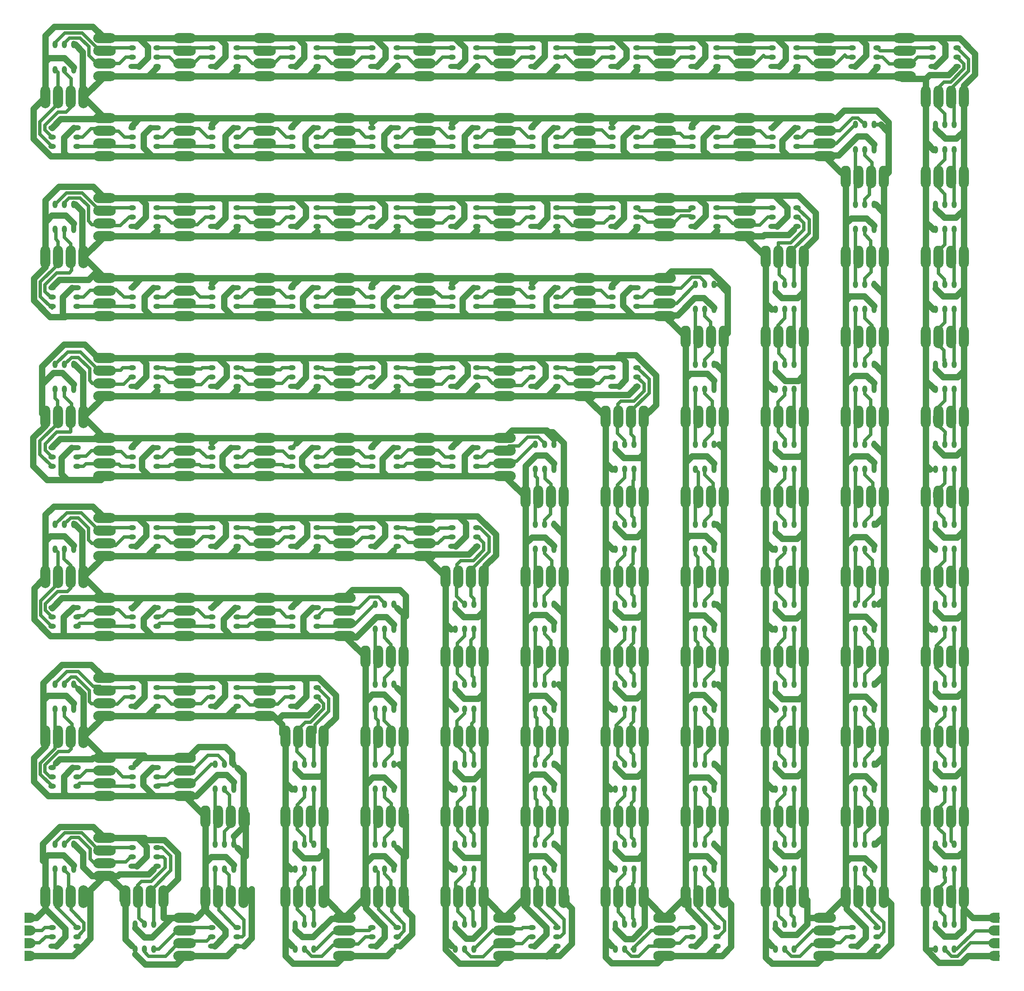
<source format=gtl>
G04 DipTrace 2.4.0.2*
%IN144xAPA102Cx16mm.gtl*%
%MOMM*%
%ADD13C,1.27*%
%ADD14C,1.0*%
%ADD15C,1.25*%
%ADD16C,0.711*%
%ADD17C,0.8*%
%ADD18R,1.25X2.0*%
%ADD19C,2.0*%
%ADD21O,1.5X1.0*%
%ADD23O,1.0X1.5*%
%ADD24O,2.0X4.5*%
%ADD25O,4.5X2.0*%
%FSLAX53Y53*%
G04*
G71*
G90*
G75*
G01*
%LNTop*%
%LPD*%
X14190Y26000D2*
D13*
Y33773D1*
X13669Y33253D1*
Y36647D1*
X17040Y40017D1*
X23793D1*
X26000Y37810D1*
X37810Y26000D2*
Y26711D1*
X40681Y29582D1*
Y34686D1*
X37979Y37388D1*
X33987D1*
Y37810D1*
X32656D1*
X26000D1*
X37810Y26000D2*
Y21810D1*
X39416D1*
X42000D1*
X44403D1*
X45972Y23379D1*
Y26000D1*
X46190D1*
Y32806D1*
Y42000D1*
X42000Y46190D2*
X46190Y42000D1*
X26000Y46190D2*
X35920D1*
X42000D1*
X14190Y58000D2*
Y56106D1*
X11900Y53817D1*
Y49016D1*
X14779Y46138D1*
X18501D1*
X26000D1*
Y46190D1*
X14190Y58000D2*
X13788Y57598D1*
Y65281D1*
Y68760D1*
X17483Y72455D1*
X23355D1*
X26000Y69810D1*
X32955D1*
X42000D1*
X58000D2*
X48897D1*
X42000D1*
X58000D2*
X65540D1*
X68780D1*
X72225Y66365D1*
Y61860D1*
X70150Y59784D1*
Y58000D1*
X69810D1*
Y50701D1*
Y42000D1*
Y34691D1*
X70328Y35209D1*
Y25482D1*
X69810Y26000D1*
X74000Y21810D2*
X69810Y26000D1*
X74000Y21810D2*
X78190Y26000D1*
Y42000D2*
Y32721D1*
Y26000D1*
Y42000D2*
Y48412D1*
Y58000D1*
Y65070D1*
Y74000D1*
X74000Y78190D1*
X66731D1*
X58000D1*
X51303D1*
X42000D1*
X35614D1*
X26000D1*
X18080D1*
X15208D1*
X11954Y81444D1*
Y87764D1*
X14190Y90000D1*
Y97138D1*
Y102450D1*
X15847Y104108D1*
X23702D1*
X26000Y101810D1*
X32748D1*
X42000D1*
X49034D1*
X58000D1*
X65170D1*
X74000D1*
X80570D1*
X90000D1*
Y102166D1*
X96795D1*
X100532D1*
X104236Y98462D1*
Y94357D1*
X102168Y92288D1*
Y90000D1*
X101810D1*
Y83174D1*
Y74000D1*
Y66757D1*
Y58000D1*
Y51467D1*
Y42000D1*
Y34272D1*
Y26000D1*
X106000Y21810D1*
X110190Y26000D1*
Y33137D1*
Y42000D1*
Y49023D1*
Y58000D1*
X133810Y26000D2*
Y34714D1*
Y42000D1*
Y51215D1*
Y58000D1*
X110190D2*
Y65134D1*
Y74000D1*
Y80978D1*
Y90000D1*
Y96706D1*
Y106000D1*
X133810Y58000D2*
Y67118D1*
Y74000D1*
Y82948D1*
Y90000D1*
Y99309D1*
Y106000D1*
Y114670D1*
Y122000D1*
X110190Y106000D2*
X106000Y110190D1*
X122000Y133810D2*
X129381D1*
X128826Y134365D1*
X132185D1*
X136248Y130302D1*
Y124438D1*
X133810Y122000D1*
X122000Y133810D2*
X112603D1*
X106000D1*
X96988D1*
X90000D1*
X80694D1*
X74000D1*
X65285D1*
X58000D1*
Y110190D2*
X67458D1*
X74000D1*
X82482D1*
X90000D1*
X98636D1*
X106000D1*
X58000D2*
X51449D1*
X42000D1*
X34924D1*
X26000D1*
X58000Y133810D2*
X48702D1*
X42000D1*
X33207D1*
X26000D1*
X24768D1*
X22098Y136480D1*
X17887D1*
X13480Y132073D1*
Y128590D1*
Y122710D1*
X14190Y122000D1*
Y120275D1*
X11765Y117850D1*
Y112215D1*
X14521Y109459D1*
X18564D1*
X25269D1*
X26000Y110190D1*
X133810Y26000D2*
X138000Y21810D1*
X142190Y26000D1*
X170000Y21810D2*
X166503D1*
Y25307D1*
X165810Y26000D1*
X170000Y21810D2*
X174190Y26000D1*
X142190D2*
Y33277D1*
Y42000D1*
Y48840D1*
Y58000D1*
Y65095D1*
Y74000D1*
Y81471D1*
Y90000D1*
Y97518D1*
Y106000D1*
X165810D2*
Y99014D1*
Y90000D1*
Y83112D1*
Y74000D1*
Y66512D1*
Y58000D1*
Y51332D1*
Y42000D1*
Y35435D1*
Y26000D1*
X174190D2*
Y32910D1*
Y42000D1*
Y48706D1*
Y58000D1*
Y64996D1*
Y74000D1*
Y81233D1*
Y90000D1*
Y96371D1*
Y106000D1*
X197810D2*
Y99254D1*
Y90000D1*
Y82954D1*
Y74000D1*
Y67281D1*
Y58000D1*
Y51724D1*
Y42000D1*
Y35202D1*
Y26000D1*
X142190Y106000D2*
Y112898D1*
Y122000D1*
Y129699D1*
Y138000D1*
X139633Y140557D1*
X138000Y142190D1*
X165810Y106000D2*
Y114745D1*
Y122000D1*
Y130390D1*
Y138000D1*
Y147063D1*
Y154000D1*
X154000Y165810D2*
X144681D1*
X138000D1*
Y174190D2*
X146900D1*
X154000D1*
X162702D1*
X170000D1*
X172025Y172165D1*
X174190Y170000D1*
Y160699D1*
Y154000D1*
Y145260D1*
Y138000D1*
Y128603D1*
Y122000D1*
Y112637D1*
Y106000D1*
X138000Y197810D2*
X144635D1*
X154000D1*
X160346D1*
X170000D1*
X176985D1*
X186000D1*
X197810Y186000D2*
Y179179D1*
Y170000D1*
Y163434D1*
Y154000D1*
Y147677D1*
Y138000D1*
Y131233D1*
Y122000D1*
Y115710D1*
Y106000D1*
X138000Y165810D2*
X128897D1*
X122000D1*
X138000Y174190D2*
X130870D1*
X122000D1*
X197810Y186000D2*
Y188331D1*
X200035Y190556D1*
Y194716D1*
X196941Y197810D1*
X192838D1*
X186000D1*
X165810Y154000D2*
Y155594D1*
X168178Y157963D1*
Y162864D1*
X164725Y166318D1*
X160020D1*
X153492D1*
X154000Y165810D1*
X138000Y197810D2*
X128082D1*
X122000D1*
X138000Y142190D2*
X131753D1*
X122000D1*
X115345D1*
X106000D1*
X98581D1*
X90000D1*
X83398D1*
X74000D1*
X67175D1*
X58000D1*
X51579D1*
X42000D1*
X35385D1*
X26000D1*
X122000Y165810D2*
X113398D1*
X106000D1*
X96452D1*
X90000D1*
X80556D1*
X74000D1*
X64308D1*
X58000D1*
X49483D1*
X42000D1*
X33045D1*
X26000D1*
Y174190D2*
X35560D1*
X42000D1*
X51630D1*
X58000D1*
X67731D1*
X74000D1*
X83598D1*
X90000D1*
X98982D1*
X106000D1*
X114865D1*
X122000D1*
Y197810D2*
X113202D1*
X106000D1*
X96096D1*
X90000D1*
X80045D1*
X74000D1*
X64639D1*
X58000D1*
X48922D1*
X42000D1*
X32877D1*
X26000D1*
X14190Y154000D2*
Y151985D1*
X11884Y149679D1*
Y145298D1*
X15132Y142050D1*
X18048D1*
X17888Y142190D1*
X26000D1*
X14190Y154000D2*
Y161008D1*
Y165385D1*
X16867Y168061D1*
X23749D1*
X26000Y165810D1*
Y174190D2*
X18545D1*
X15285D1*
X11844Y177631D1*
Y183654D1*
X14190Y186000D1*
Y193076D1*
Y198336D1*
X15961Y200107D1*
X23703D1*
X26000Y197810D1*
X197810Y139250D2*
Y138000D1*
X11250Y21810D2*
X12443D1*
X14190Y23557D1*
Y26000D1*
X203750Y21810D2*
X199564D1*
X197810Y23564D1*
Y26000D1*
X27250Y69810D2*
X26000D1*
X15500Y16150D2*
D14*
X16398D1*
D13*
X18192Y17944D1*
Y19555D1*
X14190Y23557D1*
X19850Y31500D2*
D14*
Y32246D1*
D13*
X17788Y34308D1*
X14725D1*
X14190Y33773D1*
X31500Y32150D2*
D14*
X32507D1*
D13*
X34459Y34102D1*
Y36007D1*
X32656Y37810D1*
X32150Y20500D2*
D14*
Y19742D1*
D13*
X34014Y17877D1*
X35483D1*
X39416Y21810D1*
X47500Y16150D2*
D14*
X48018D1*
D13*
X50200Y18332D1*
Y19332D1*
X46290Y23242D1*
Y25900D1*
X46190Y26000D1*
X51850Y31500D2*
D14*
Y32408D1*
D13*
X50236Y34023D1*
X47407D1*
X46190Y32806D1*
X51850Y47500D2*
D14*
Y48991D1*
D13*
X50400Y50442D1*
X48543D1*
X44310Y46208D1*
X42018D1*
X36500Y51850D2*
D14*
X35626D1*
D13*
X33758Y49982D1*
Y48352D1*
X35920Y46190D1*
X20500Y51850D2*
D14*
X19629D1*
D13*
X17884Y50106D1*
Y46754D1*
X18501Y46138D1*
X19850Y63500D2*
D14*
Y64708D1*
D13*
X18355Y66203D1*
X14709D1*
X13788Y65281D1*
X31500Y64150D2*
D14*
X32153D1*
D13*
X33987Y65985D1*
Y68778D1*
X32955Y69810D1*
X47500Y64150D2*
D14*
X48108D1*
D13*
X50118Y66160D1*
Y68589D1*
X48897Y69810D1*
X63500Y64150D2*
D14*
X64366D1*
D13*
X66308Y66092D1*
Y69042D1*
X65540Y69810D1*
X64150Y52500D2*
D14*
Y51518D1*
D13*
X65563Y50105D1*
X69214D1*
X69810Y50701D1*
X64150Y36500D2*
D14*
Y35418D1*
D13*
X65852Y33716D1*
X68834D1*
X69810Y34691D1*
X64150Y20500D2*
D14*
Y19350D1*
D13*
X65561Y17939D1*
X67715D1*
X71382Y21607D1*
X73797D1*
X74000Y21810D1*
X79500Y16150D2*
D14*
X80293D1*
D13*
X82021Y17878D1*
Y19964D1*
X78257Y23728D1*
Y25933D1*
X78190Y26000D1*
X83850Y31500D2*
D14*
Y32275D1*
D13*
X81970Y34155D1*
X79624D1*
X78190Y32721D1*
X83850Y47500D2*
D14*
Y47949D1*
D13*
X81926Y49873D1*
X79651D1*
X78190Y48412D1*
X83850Y63500D2*
D14*
Y64526D1*
D13*
X81926Y66451D1*
X79571D1*
X78190Y65070D1*
X83850Y79500D2*
D14*
Y80494D1*
D13*
X82343Y82001D1*
X80388D1*
X76340Y77953D1*
X74237D1*
X74000Y78190D1*
X68500Y83850D2*
D14*
X67582D1*
D13*
X65733Y82001D1*
Y79188D1*
X66731Y78190D1*
X52500Y83850D2*
D14*
X52126D1*
D13*
X49807Y81531D1*
Y79687D1*
X51303Y78190D1*
X36500Y83850D2*
D14*
X35998D1*
D13*
X33813Y81665D1*
Y79990D1*
X35614Y78190D1*
X20500Y83850D2*
D14*
X19756D1*
D13*
X17853Y81947D1*
Y78416D1*
X18080Y78190D1*
X19850Y95500D2*
D14*
Y96276D1*
D13*
X17959Y98167D1*
X15219D1*
X14190Y97138D1*
X31500Y96150D2*
D14*
X32268D1*
D13*
X34340Y98222D1*
Y100219D1*
X32748Y101810D1*
X47500Y96150D2*
D14*
X48246D1*
D13*
X50223Y98127D1*
Y100621D1*
X49034Y101810D1*
X63500Y96150D2*
D14*
X64428D1*
D13*
X66470Y98193D1*
Y100510D1*
X65170Y101810D1*
X79500Y96150D2*
D14*
X80030D1*
D13*
X82072Y98193D1*
Y100308D1*
X80570Y101810D1*
X95500Y96150D2*
D14*
X96235D1*
D13*
X98278Y98193D1*
Y100684D1*
X96795Y102166D1*
X96150Y84500D2*
D14*
Y83698D1*
D13*
X97829Y82019D1*
X100655D1*
X101810Y83174D1*
X96150Y68500D2*
D14*
Y67482D1*
D13*
X97957Y65675D1*
X100728D1*
X101810Y66757D1*
X96150Y52500D2*
D14*
Y51283D1*
D13*
X97836Y49597D1*
X99940D1*
X101810Y51467D1*
X96150Y36500D2*
D14*
Y35612D1*
D13*
X97953Y33809D1*
X101347D1*
X101810Y34272D1*
X96150Y20500D2*
D14*
Y19856D1*
D13*
X98364Y17642D1*
X99734D1*
X101926Y19834D1*
Y25884D1*
X101810Y26000D1*
X111500Y16150D2*
D14*
X112011D1*
D13*
X114325Y18464D1*
Y19834D1*
X109941Y24218D1*
Y26000D1*
X110190D1*
X115850Y31500D2*
D14*
Y32352D1*
D13*
X114051Y34151D1*
X111204D1*
X110190Y33137D1*
X115850Y47500D2*
D14*
Y48519D1*
D13*
X113914Y50455D1*
X111622D1*
X110190Y49023D1*
X128150Y36500D2*
D14*
Y35328D1*
D13*
X129807Y33672D1*
X132768D1*
X133810Y34714D1*
X128150Y20500D2*
D14*
Y19573D1*
D13*
X130149Y17574D1*
X131588D1*
X133985Y19971D1*
Y25825D1*
X133810Y26000D1*
X128150Y52500D2*
D14*
Y51894D1*
D13*
X129980Y50064D1*
X132659D1*
X133810Y51215D1*
X128150Y68500D2*
D14*
Y67792D1*
D13*
X130171Y65771D1*
X132464D1*
X133810Y67118D1*
X128150Y84500D2*
D14*
Y83372D1*
D13*
X129660Y81862D1*
X132724D1*
X133810Y82948D1*
X115850Y79500D2*
D14*
Y80859D1*
D13*
X114272Y82436D1*
X111648D1*
X110190Y80978D1*
X115850Y63500D2*
D14*
Y64577D1*
D13*
X114209Y66218D1*
X111274D1*
X110190Y65134D1*
X128150Y100500D2*
D14*
Y100036D1*
D13*
X130172Y98014D1*
X132514D1*
X133810Y99309D1*
X128150Y116500D2*
D14*
Y115526D1*
D13*
X129868Y113808D1*
X132948D1*
X133810Y114670D1*
X127500Y128150D2*
D14*
X128872D1*
D13*
X130172Y129450D1*
Y133019D1*
X129381Y133810D1*
X115850Y111500D2*
D14*
Y112758D1*
D13*
X114286Y114322D1*
X112333D1*
X110218Y112207D1*
Y106028D1*
X110190Y106000D1*
X115850Y95500D2*
D14*
Y96208D1*
D13*
X114113Y97945D1*
X111429D1*
X110190Y96706D1*
X100500Y115850D2*
D14*
X99637D1*
D13*
X98020Y114232D1*
Y110807D1*
X98636Y110190D1*
X111500Y128150D2*
D14*
X112312D1*
D13*
X114183Y130021D1*
Y132231D1*
X112603Y133810D1*
X95500Y128150D2*
D14*
X96386D1*
D13*
X98617Y130381D1*
Y132181D1*
X96988Y133810D1*
X84500Y115850D2*
D14*
X83755D1*
D13*
X81544Y113640D1*
Y111128D1*
X82482Y110190D1*
X68500Y115850D2*
D14*
X67511D1*
D13*
X65466Y113805D1*
Y112181D1*
X67458Y110190D1*
X79500Y128150D2*
D14*
X79811D1*
D13*
X81876Y130215D1*
Y132628D1*
X80694Y133810D1*
X63500Y128150D2*
D14*
X64562D1*
D13*
X66295Y129883D1*
Y132800D1*
X65285Y133810D1*
X47500Y128150D2*
D14*
X48484D1*
D13*
X50383Y130049D1*
Y132129D1*
X48702Y133810D1*
X31500Y128150D2*
D14*
X32406D1*
D13*
X34305Y130049D1*
Y132712D1*
X33207Y133810D1*
X19850Y127500D2*
D14*
Y128592D1*
D13*
X17564Y130878D1*
X15768D1*
X13480Y128590D1*
X20500Y115850D2*
D14*
X19443D1*
D13*
X17398Y113805D1*
Y110624D1*
X18564Y109459D1*
X36500Y115850D2*
D14*
X35687D1*
D13*
X33476Y113640D1*
Y111638D1*
X34924Y110190D1*
X52500Y115850D2*
D14*
X51267D1*
D13*
X49554Y114137D1*
Y112084D1*
X51449Y110190D1*
X19850Y159500D2*
D14*
Y160710D1*
D13*
X18262Y162298D1*
X15480D1*
X14190Y161008D1*
X20500Y147850D2*
D14*
X19555D1*
D13*
X17674Y145969D1*
Y142443D1*
X17888Y142190D1*
X31500Y160150D2*
D14*
X32397D1*
D13*
X34257Y162010D1*
Y164598D1*
X33045Y165810D1*
X36500Y147850D2*
D14*
X35813D1*
D13*
X34016Y146053D1*
Y143559D1*
X35385Y142190D1*
X52500Y147850D2*
D14*
X51689D1*
D13*
X49892Y146053D1*
Y143877D1*
X51579Y142190D1*
X47500Y160150D2*
D14*
X48435D1*
D13*
X50134Y161849D1*
Y165159D1*
X49483Y165810D1*
X63500Y160150D2*
D14*
X64392D1*
D13*
X66252Y162010D1*
Y163865D1*
X64308Y165810D1*
X68500Y147850D2*
D14*
X67647D1*
D13*
X65688Y145892D1*
Y143677D1*
X67175Y142190D1*
X84500Y147850D2*
D14*
X83845D1*
D13*
X81807Y145811D1*
Y143782D1*
X83398Y142190D1*
X79500Y160150D2*
D14*
X80349D1*
D13*
X82048Y161849D1*
Y164318D1*
X80556Y165810D1*
X95500Y160150D2*
D14*
X96268D1*
D13*
X97920Y161802D1*
Y164342D1*
X96452Y165810D1*
X111500Y160150D2*
D14*
X112864D1*
D13*
X114516Y161802D1*
Y164692D1*
X113398Y165810D1*
X100500Y147850D2*
D14*
X99743D1*
D13*
X97555Y145662D1*
Y143216D1*
X98581Y142190D1*
X116500Y147850D2*
D14*
X116066D1*
D13*
X114334Y146118D1*
Y143201D1*
X115345Y142190D1*
X132500Y147850D2*
D14*
X131203D1*
D13*
X129653Y146300D1*
Y144289D1*
X131753Y142190D1*
X127500Y160150D2*
D14*
X128184D1*
D13*
X129836Y161802D1*
Y164871D1*
X128897Y165810D1*
X143500Y160150D2*
D14*
X144060D1*
D13*
X146163Y162253D1*
Y164328D1*
X144681Y165810D1*
X159500Y160150D2*
D14*
X160496D1*
D13*
X162504Y162158D1*
Y163834D1*
X160020Y166318D1*
X160150Y148500D2*
D14*
Y147126D1*
D13*
X161459Y145816D1*
X164563D1*
X165810Y147063D1*
X147850Y143500D2*
D14*
Y143844D1*
D13*
X145878Y145816D1*
X143978D1*
X140557Y142396D1*
X138206D1*
X138000Y142190D1*
X160150Y132500D2*
D14*
Y131185D1*
D13*
X162073Y129262D1*
X164682D1*
X165810Y130390D1*
X147850Y127500D2*
D14*
Y129354D1*
D13*
X146549Y130655D1*
X143146D1*
X142190Y129699D1*
X147850Y111500D2*
D14*
Y112736D1*
D13*
X146450Y114136D1*
X143428D1*
X142190Y112898D1*
X160150Y116500D2*
D14*
Y115363D1*
D13*
X161476Y114036D1*
X165102D1*
X165810Y114745D1*
X179850Y127500D2*
D14*
Y128801D1*
D13*
X178394Y130257D1*
X175844D1*
X174190Y128603D1*
X179850Y143500D2*
D14*
Y144214D1*
D13*
X177909Y146156D1*
X175086D1*
X174190Y145260D1*
X192150Y148500D2*
D14*
Y147707D1*
D13*
X193701Y146156D1*
X196288D1*
X197810Y147677D1*
X192150Y132500D2*
D14*
Y131532D1*
D13*
X193701Y129981D1*
X196558D1*
X197810Y131233D1*
X192150Y116500D2*
D14*
Y115994D1*
D13*
X193828Y114316D1*
X196416D1*
X197810Y115710D1*
X192150Y100500D2*
D14*
Y99565D1*
D13*
X193828Y97887D1*
X196442D1*
X197810Y99254D1*
X179850Y111500D2*
D14*
Y112884D1*
D13*
X178545Y114189D1*
X175742D1*
X174190Y112637D1*
X179850Y95500D2*
D14*
Y96328D1*
D13*
X178163Y98014D1*
X175833D1*
X174190Y96371D1*
X192150Y84500D2*
D14*
Y83263D1*
D13*
X193701Y81712D1*
X196568D1*
X197810Y82954D1*
X179850Y79500D2*
D14*
Y80408D1*
D13*
X178163Y82094D1*
X175051D1*
X174190Y81233D1*
X160150Y84500D2*
D14*
Y83424D1*
D13*
X161862Y81712D1*
X164410D1*
X165810Y83112D1*
X160150Y100500D2*
D14*
Y98962D1*
D13*
X161479Y97632D1*
X164428D1*
X165810Y99014D1*
X147850Y95500D2*
D14*
Y96615D1*
D13*
X146196Y98269D1*
X142941D1*
X142190Y97518D1*
X147850Y79500D2*
D14*
Y80441D1*
D13*
X145942Y82349D1*
X143069D1*
X142190Y81471D1*
X147850Y63500D2*
D14*
Y64412D1*
D13*
X145830Y66432D1*
X143527D1*
X142190Y65095D1*
X160150Y68500D2*
D14*
Y66935D1*
D13*
X161504Y65581D1*
X164879D1*
X165810Y66512D1*
X147850Y47500D2*
D14*
Y48738D1*
D13*
X146681Y49907D1*
X143257D1*
X142190Y48840D1*
X147850Y31500D2*
D14*
Y32700D1*
D13*
X146438Y34112D1*
X143025D1*
X142190Y33277D1*
X143500Y16150D2*
D14*
X144150D1*
D13*
X145952Y17952D1*
Y20260D1*
X142671Y23541D1*
Y25519D1*
X142190Y26000D1*
X160150Y36500D2*
D14*
Y35709D1*
D13*
X161747Y34112D1*
X164487D1*
X165810Y35435D1*
X160150Y52500D2*
D14*
Y51747D1*
D13*
X161747Y50150D1*
X164628D1*
X165810Y51332D1*
X160150Y20500D2*
D14*
Y19671D1*
D13*
X161383Y18438D1*
X164420D1*
X166503Y20520D1*
Y21810D1*
X179850Y31500D2*
D14*
Y31926D1*
D13*
X178029Y33747D1*
X175027D1*
X174190Y32910D1*
X179850Y47500D2*
D14*
Y48450D1*
D13*
X178150Y50150D1*
X175634D1*
X174190Y48706D1*
X179850Y63500D2*
D14*
Y64367D1*
D13*
X178150Y66067D1*
X175261D1*
X174190Y64996D1*
X192150Y68500D2*
D14*
Y67012D1*
D13*
X193095Y66067D1*
X196596D1*
X197810Y67281D1*
X192150Y52500D2*
D14*
Y51460D1*
D13*
X193459Y50150D1*
X196236D1*
X197810Y51724D1*
X192150Y36500D2*
D14*
Y35907D1*
D13*
X193945Y34112D1*
X196720D1*
X197810Y35202D1*
X192150Y20500D2*
D14*
Y19869D1*
D13*
X193945Y18073D1*
X196254D1*
X197712Y19531D1*
Y23342D1*
X197810Y23564D1*
X175500Y16150D2*
D14*
X176470D1*
D13*
X178150Y17830D1*
Y19774D1*
X174384Y23541D1*
Y25806D1*
X174190Y26000D1*
X179850Y159500D2*
D14*
Y160269D1*
D13*
X178343Y161775D1*
X175267D1*
X174190Y160699D1*
X192150Y164500D2*
D14*
Y163612D1*
D13*
X193889Y161873D1*
X196249D1*
X197810Y163434D1*
X192150Y180500D2*
D14*
Y179647D1*
D13*
X194085Y177712D1*
X196343D1*
X197810Y179179D1*
X191500Y192150D2*
D14*
X192097D1*
D13*
X194085Y194138D1*
Y196564D1*
X192838Y197810D1*
X179850Y175500D2*
D14*
Y176597D1*
D13*
X178246Y178201D1*
X176583D1*
X172770Y174388D1*
X170198D1*
X170000Y174190D1*
X164500Y179850D2*
D14*
X164056D1*
D13*
X161527Y177321D1*
Y175365D1*
X162702Y174190D1*
X175500Y192150D2*
D14*
X176062D1*
D13*
X178246Y194333D1*
Y196549D1*
X176985Y197810D1*
X159500Y192150D2*
D14*
X160908D1*
D13*
X162211Y193453D1*
Y195945D1*
X160346Y197810D1*
X148500Y179850D2*
D14*
X147728D1*
D13*
X145785Y177908D1*
Y175304D1*
X146900Y174190D1*
X143500Y192150D2*
D14*
X144291D1*
D13*
X146118Y193977D1*
Y196327D1*
X144635Y197810D1*
X127500Y192150D2*
D14*
X128609D1*
D13*
X130327Y193867D1*
Y195565D1*
X128082Y197810D1*
X132500Y179850D2*
D14*
X131662D1*
D13*
X129778Y177966D1*
Y175282D1*
X130870Y174190D1*
X116500Y179850D2*
D14*
X115761D1*
D13*
X113986Y178076D1*
Y175069D1*
X114865Y174190D1*
X111500Y192150D2*
D14*
X111940D1*
D13*
X113986Y194196D1*
Y197026D1*
X113202Y197810D1*
X95500Y192150D2*
D14*
X96806D1*
D13*
X98085Y193429D1*
Y195822D1*
X96096Y197810D1*
X100500Y179850D2*
D14*
X99530D1*
D13*
X97975Y178295D1*
Y175197D1*
X98982Y174190D1*
X79500Y192150D2*
D14*
X80553D1*
D13*
X82202Y193799D1*
Y195653D1*
X80045Y197810D1*
X84500Y179850D2*
D14*
X83286D1*
D13*
X81897Y178461D1*
Y175890D1*
X83598Y174190D1*
X68500Y179850D2*
D14*
X67746D1*
D13*
X66154Y178258D1*
Y175767D1*
X67731Y174190D1*
X63500Y192150D2*
D14*
X64200D1*
D13*
X65951Y193900D1*
Y196498D1*
X64639Y197810D1*
X47500Y192150D2*
D14*
X48253D1*
D13*
X50207Y194103D1*
Y196525D1*
X48922Y197810D1*
X52500Y179850D2*
D14*
X51799D1*
D13*
X50207Y178258D1*
Y175613D1*
X51630Y174190D1*
X31500Y192150D2*
D14*
X32871D1*
D13*
X34657Y193937D1*
Y196030D1*
X32877Y197810D1*
X36500Y179850D2*
D14*
X35186D1*
D13*
X33857Y178521D1*
Y175894D1*
X35560Y174190D1*
X20500Y179850D2*
D14*
X19837D1*
D13*
X17907Y177920D1*
Y174828D1*
X18545Y174190D1*
X19850Y191500D2*
D14*
Y191994D1*
D13*
X17974Y193870D1*
X14984D1*
X14190Y193076D1*
X203750Y21810D2*
D15*
X204375D1*
X11250D2*
X10625D1*
X20500Y19850D2*
D16*
X16400Y23950D1*
Y26000D1*
X16730D1*
X16150Y31500D2*
Y26580D1*
X16730Y26000D1*
X20500Y18000D2*
X20622D1*
X21914Y19292D1*
Y20801D1*
X19346Y23369D1*
Y26076D1*
X19270Y26000D1*
X18000Y31500D2*
Y31377D1*
X18838Y30539D1*
Y26432D1*
X19270Y26000D1*
X131850Y15500D2*
X131520D1*
X135305Y19285D1*
X138015D1*
X138000Y19270D1*
X140485D1*
X141036Y19822D1*
X143472D1*
X143500Y19850D1*
X130000Y15500D2*
Y15407D1*
X131327Y14080D1*
X132801D1*
X134862Y16141D1*
X137411D1*
X138000Y16730D1*
X143500Y18000D2*
X142252D1*
X140988Y16736D1*
X138006D1*
X138000Y16730D1*
X16150Y36500D2*
Y36830D1*
X18104Y38784D1*
X21452D1*
X24970Y35267D1*
Y35856D1*
X27182D1*
X27768Y35270D1*
X26000D1*
X31500Y35850D2*
X26580D1*
X26000Y35270D1*
X18000Y36500D2*
X19334Y37834D1*
X20861D1*
X23138Y35557D1*
Y33577D1*
X23985Y32730D1*
X26000D1*
X31500Y34000D2*
X31294D1*
X30264Y32970D1*
X26240D1*
X26000Y32730D1*
X36500Y35850D2*
X37550D1*
X39258Y34142D1*
Y31259D1*
X35326Y27326D1*
Y25944D1*
X35270Y26000D1*
X35850Y20500D2*
Y25420D1*
X35270Y26000D1*
X36500Y34000D2*
X37727D1*
X38171Y33556D1*
Y31859D1*
X35377Y29066D1*
X33418D1*
X32649Y28296D1*
Y25919D1*
X32730Y26000D1*
X34000Y20500D2*
Y20655D1*
X32911Y21744D1*
Y25819D1*
X32730Y26000D1*
X35850Y15500D2*
X36834D1*
X40645Y19310D1*
X42040D1*
X42000Y19270D1*
X47500Y19850D2*
X42580D1*
X42000Y19270D1*
X34000Y15500D2*
Y15002D1*
X34877Y14124D1*
X38197D1*
X40513Y16441D1*
X41711D1*
X42000Y16730D1*
X47500Y18000D2*
X47330D1*
X46481Y17151D1*
X42421D1*
X42000Y16730D1*
X52500Y19850D2*
X52301D1*
X48875Y23276D1*
Y25855D1*
X48730Y26000D1*
X48150Y31500D2*
Y26580D1*
X48730Y26000D1*
X52500Y18000D2*
X53566D1*
X53887Y18320D1*
Y21390D1*
X51548Y23729D1*
Y25722D1*
X51270Y26000D1*
X50000Y31500D2*
Y31260D1*
X50929Y30331D1*
Y26341D1*
X51270Y26000D1*
X48150Y36500D2*
Y41420D1*
X48730Y42000D1*
X48150Y47500D2*
Y42580D1*
X48730Y42000D1*
X50000Y36500D2*
Y39076D1*
X51409Y40485D1*
Y42139D1*
X51270Y42000D1*
X50000Y47500D2*
Y47324D1*
X51005Y46319D1*
Y42265D1*
X51270Y42000D1*
X48150Y52500D2*
X47349D1*
X43661Y48812D1*
X42082D1*
X42000Y48730D1*
X39048D1*
X38665Y48347D1*
X36697D1*
X36500Y48150D1*
X50000Y52500D2*
Y53051D1*
X48714Y54337D1*
X46682D1*
X43785Y51439D1*
X41831D1*
X42000Y51270D1*
X36500Y50000D2*
X38142D1*
X39543Y51401D1*
X42131D1*
X42000Y51270D1*
X15500Y48150D2*
Y48174D1*
X13148Y50525D1*
Y52678D1*
X16161Y55690D1*
Y57431D1*
X16730Y58000D1*
X16150Y63500D2*
Y58580D1*
X16730Y58000D1*
X15500Y50000D2*
X15119D1*
X14140Y50978D1*
Y52338D1*
X16845Y55043D1*
X18823D1*
X19317Y55538D1*
Y58047D1*
X19270Y58000D1*
X18000Y63500D2*
Y62088D1*
X19484Y60604D1*
Y57786D1*
X19270Y58000D1*
X31500Y112150D2*
X29263D1*
X28892Y112521D1*
X25791D1*
X26000Y112730D1*
X20500Y112150D2*
X21835D1*
X22288Y112603D1*
X26127D1*
X26000Y112730D1*
X31500Y114000D2*
X30429D1*
X29299Y115130D1*
X26140D1*
X26000Y115270D1*
X23406D1*
X22288Y114152D1*
X20652D1*
X20500Y114000D1*
X16150Y68500D2*
X15963D1*
X18501Y71038D1*
X20815D1*
X23719Y68133D1*
X25137D1*
X26000Y67270D1*
X31500Y67850D2*
X26580D1*
X26000Y67270D1*
X27250D2*
X26000D1*
X18000Y68500D2*
X17854D1*
X19337Y69983D1*
X20258D1*
X23028Y67213D1*
Y65050D1*
X23443Y64636D1*
X26094D1*
X26000Y64730D1*
X31500Y66000D2*
X30007D1*
X28551Y64544D1*
X25814D1*
X26000Y64730D1*
X27250D2*
X26000D1*
X24750D2*
X26000D1*
X36500Y67850D2*
X41420D1*
X42000Y67270D1*
X47500Y67850D2*
X42580D1*
X42000Y67270D1*
X36500Y66000D2*
X37994D1*
X39455Y64539D1*
X42191D1*
X42000Y64730D1*
X47500Y66000D2*
X46735D1*
X45335Y64600D1*
X41870D1*
X42000Y64730D1*
X52500Y67850D2*
X57420D1*
X58000Y67270D1*
X63500Y67850D2*
X58580D1*
X58000Y67270D1*
X52500Y66000D2*
X53491D1*
X55074Y64417D1*
X57687D1*
X58000Y64730D1*
X63500Y66000D2*
X62090D1*
X60633Y64543D1*
X57813D1*
X58000Y64730D1*
X68500Y67850D2*
X68665D1*
X70858Y65656D1*
Y63125D1*
X68125Y60392D1*
Y58855D1*
X67270Y58000D1*
X67850Y52500D2*
Y57420D1*
X67270Y58000D1*
X64730D2*
Y59477D1*
X66151Y60898D1*
X67163D1*
X69846Y63581D1*
Y64654D1*
X68500Y66000D1*
X66000Y52500D2*
Y53512D1*
X64452Y55060D1*
Y57722D1*
X64730Y58000D1*
X67850Y47500D2*
Y42580D1*
X67270Y42000D1*
Y37080D1*
X67850Y36500D1*
X66000Y47500D2*
Y45895D1*
X64519Y44415D1*
Y41789D1*
X64730Y42000D1*
X66000Y36500D2*
Y38061D1*
X64597Y39464D1*
Y42133D1*
X64730Y42000D1*
X67850Y31500D2*
Y26580D1*
X67270Y26000D1*
X67850Y20500D2*
Y23218D1*
X67471Y23597D1*
Y26201D1*
X67270Y26000D1*
X64730D2*
Y29105D1*
X66024Y30399D1*
Y31476D1*
X66000Y31500D1*
Y20500D2*
Y22081D1*
X64585Y23496D1*
Y26145D1*
X64730Y26000D1*
X84500Y19850D2*
X84447D1*
X80856Y23441D1*
Y25874D1*
X80730Y26000D1*
Y30920D1*
X80150Y31500D1*
X84500Y18000D2*
Y17754D1*
X85923Y19178D1*
Y20546D1*
X83418Y23051D1*
Y26148D1*
X83270Y26000D1*
Y29277D1*
X81962Y30585D1*
Y31463D1*
X82000Y31500D1*
X148500Y19850D2*
Y19927D1*
X144700Y23727D1*
Y26030D1*
X144730Y26000D1*
X144150Y31500D2*
Y26580D1*
X144730Y26000D1*
X80150Y36500D2*
Y41420D1*
X80730Y42000D1*
X80150Y47500D2*
Y42580D1*
X80730Y42000D1*
X82000Y36500D2*
Y37831D1*
X83512Y39344D1*
Y41758D1*
X83270Y42000D1*
X82000Y47500D2*
Y45936D1*
X83327Y44610D1*
Y41943D1*
X83270Y42000D1*
X80150Y52500D2*
Y57420D1*
X80730Y58000D1*
Y61212D1*
X80230Y61712D1*
Y63420D1*
X80150Y63500D1*
X82000Y52500D2*
Y53138D1*
X83494Y54632D1*
Y58224D1*
X83270Y58000D1*
Y59887D1*
X81951Y61206D1*
Y63451D1*
X82000Y63500D1*
X80150Y68500D2*
Y73420D1*
X80730Y74000D1*
X80150Y79500D2*
Y74580D1*
X80730Y74000D1*
X82000Y68500D2*
Y69759D1*
X83520Y71279D1*
Y73750D1*
X83270Y74000D1*
X82000Y79500D2*
Y77815D1*
X83312Y76503D1*
Y73958D1*
X83270Y74000D1*
X80150Y84500D2*
Y84647D1*
X75871Y80369D1*
X74361D1*
X74000Y80730D1*
X68500Y80150D2*
X73420D1*
X74000Y80730D1*
X82000Y84500D2*
Y84718D1*
X80781Y85937D1*
X79032D1*
X76870Y83774D1*
X74504D1*
X74000Y83270D1*
X68500Y82000D2*
X68581D1*
X69991Y83411D1*
X74141D1*
X74000Y83270D1*
X63500Y80150D2*
X58580D1*
X58000Y80730D1*
X55183D1*
X54618Y80165D1*
X52515D1*
X52500Y80150D1*
X63500Y82000D2*
X62398D1*
X61049Y83350D1*
X57920D1*
X58000Y83270D1*
X55824D1*
X54556Y82002D1*
X52502D1*
X52500Y82000D1*
X47500Y80150D2*
X42580D1*
X42000Y80730D1*
X37080D1*
X36500Y80150D1*
X47500Y82000D2*
X46068D1*
X44658Y83411D1*
X41859D1*
X42000Y83270D1*
X38742D1*
X37631Y82159D1*
X36659D1*
X36500Y82000D1*
X15500Y80150D2*
Y80054D1*
X13236Y82319D1*
Y85191D1*
X16044Y88000D1*
Y89314D1*
X16730Y90000D1*
Y94920D1*
X16150Y95500D1*
X19270Y90000D2*
Y87722D1*
X18606Y87058D1*
X16628D1*
X14180Y84610D1*
Y83320D1*
X15500Y82000D1*
X19270Y90000D2*
Y92295D1*
X17947Y93618D1*
Y95447D1*
X18000Y95500D1*
X148500Y18000D2*
X148712D1*
X149961Y19249D1*
Y21069D1*
X147497Y23534D1*
Y26227D1*
X147270Y26000D1*
X146000Y31500D2*
Y30432D1*
X147597Y28835D1*
Y26040D1*
X147432Y25876D1*
Y26162D1*
X147270Y26000D1*
X144150Y47500D2*
Y42580D1*
X144730Y42000D1*
X144150Y36500D2*
Y41420D1*
X144730Y42000D1*
X26000Y99270D2*
X24950D1*
X21403Y102816D1*
X18466D1*
X16150Y100500D1*
X31500Y99850D2*
X26580D1*
X26000Y99270D1*
X18000Y100500D2*
Y100601D1*
X19225Y101826D1*
X20750D1*
X22849Y99727D1*
Y97365D1*
X23455Y96758D1*
X25972D1*
X26000Y96730D1*
X31500Y98000D2*
X29962D1*
X28272Y96310D1*
X26420D1*
X26000Y96730D1*
X36500Y99850D2*
X41420D1*
X42000Y99270D1*
X47500Y99850D2*
X42580D1*
X42000Y99270D1*
X36500Y98000D2*
X38003D1*
X39233Y96771D1*
X41959D1*
X42000Y96730D1*
X44389D1*
X45727Y98068D1*
X47432D1*
X47500Y98000D1*
X52500Y99850D2*
X54821D1*
X55098Y99574D1*
X57696D1*
X58000Y99270D1*
X60975D1*
X61530Y99825D1*
X63475D1*
X63500Y99850D1*
X52500Y98000D2*
X53618D1*
X55056Y96561D1*
X58169D1*
X58000Y96730D1*
X60736D1*
X62032Y98026D1*
X63474D1*
X63500Y98000D1*
X68500Y99850D2*
X73420D1*
X74000Y99270D1*
X76418D1*
X77118Y99971D1*
X79379D1*
X79500Y99850D1*
X68500Y98000D2*
X69964D1*
X71110Y96854D1*
X73876D1*
X74000Y96730D1*
X76409D1*
X77579Y97900D1*
X79400D1*
X79500Y98000D1*
X84500Y99850D2*
X86259D1*
X86506Y99602D1*
X89668D1*
X90000Y99270D1*
X92570D1*
X93041Y99740D1*
X95390D1*
X95500Y99850D1*
X84500Y98000D2*
X85670D1*
X86782Y96887D1*
X89843D1*
X90000Y96730D1*
X92699D1*
X93915Y97946D1*
X95446D1*
X95500Y98000D1*
X100500Y99850D2*
X101031D1*
X102894Y97986D1*
Y95006D1*
X99429Y91541D1*
Y90159D1*
X99270Y90000D1*
X99850Y84500D2*
Y85657D1*
X99298Y86209D1*
Y90028D1*
X99270Y90000D1*
X100500Y98000D2*
Y98137D1*
X101855Y96781D1*
Y95348D1*
X99759Y93252D1*
X97228D1*
X96492Y92516D1*
Y90238D1*
X96730Y90000D1*
X98000Y84500D2*
Y84568D1*
X96393Y86175D1*
Y89663D1*
X96730Y90000D1*
X99850Y63500D2*
Y61102D1*
X99406Y60657D1*
Y57864D1*
X99270Y58000D1*
Y55239D1*
X99859Y54650D1*
Y52509D1*
X99850Y52500D1*
X98000Y63500D2*
Y62682D1*
X96519Y61201D1*
Y57789D1*
X96730Y58000D1*
Y56075D1*
X98006Y54798D1*
Y52506D1*
X98000Y52500D1*
X146000Y47500D2*
Y46874D1*
X147103Y45770D1*
Y42167D1*
X147270Y42000D1*
Y39032D1*
X146117Y37878D1*
Y36617D1*
X146000Y36500D1*
X144150Y63500D2*
Y58580D1*
X144730Y58000D1*
X144150Y52500D2*
Y57420D1*
X144730Y58000D1*
X99850Y47500D2*
Y42580D1*
X99270Y42000D1*
Y39157D1*
X99859Y38568D1*
Y36509D1*
X99850Y36500D1*
X98000Y47500D2*
Y46269D1*
X96598Y44867D1*
Y41868D1*
X96730Y42000D1*
X98000Y36500D2*
Y37907D1*
X96672Y39235D1*
Y42058D1*
X96730Y42000D1*
X99850Y31500D2*
Y29146D1*
X99563Y28859D1*
Y26293D1*
X99270Y26000D1*
Y23634D1*
X99737Y23166D1*
Y20613D1*
X99850Y20500D1*
X98000Y31500D2*
Y30557D1*
X96228Y28785D1*
Y26502D1*
X96730Y26000D1*
X98000Y20500D2*
Y21730D1*
X96675Y23055D1*
Y26055D1*
X96730Y26000D1*
X99850Y15500D2*
Y15539D1*
X103635Y19324D1*
X106054D1*
X106000Y19270D1*
X111500Y19850D2*
X109706D1*
X109443Y19587D1*
X106317D1*
X106000Y19270D1*
X98000Y15500D2*
Y15266D1*
X99254Y14011D1*
X101719D1*
X103746Y16039D1*
X105309D1*
X106000Y16730D1*
X111500Y18000D2*
X110893D1*
X109494Y16600D1*
X105870D1*
X106000Y16730D1*
X116500Y19850D2*
Y20227D1*
X112730Y23997D1*
Y26000D1*
X112150Y31500D2*
Y29741D1*
X112535Y29356D1*
Y25805D1*
X112730Y26000D1*
X116500Y18000D2*
X117167D1*
X117887Y18721D1*
Y21475D1*
X115269Y24093D1*
Y26001D1*
X115270Y26000D1*
X114000Y31500D2*
Y30582D1*
X115307Y29275D1*
Y25963D1*
X115270Y26000D1*
X112150Y47500D2*
Y45639D1*
X112454Y45335D1*
Y42276D1*
X112730Y42000D1*
X112150Y36500D2*
Y37776D1*
X112617Y38243D1*
Y42113D1*
X112730Y42000D1*
X114000Y47500D2*
Y46479D1*
X115307Y45172D1*
Y41963D1*
X115270Y42000D1*
X114000Y36500D2*
Y37180D1*
X115552Y38732D1*
Y41718D1*
X115270Y42000D1*
X112150Y52500D2*
Y53836D1*
X112617Y54303D1*
Y58113D1*
X112730Y58000D1*
X112150Y63500D2*
Y62025D1*
X112454Y61722D1*
Y58276D1*
X112730Y58000D1*
X114000Y52500D2*
Y53240D1*
X115388Y54629D1*
Y58118D1*
X115270Y58000D1*
X114000Y63500D2*
Y62865D1*
X115388Y61477D1*
Y57882D1*
X115270Y58000D1*
X112150Y95500D2*
Y90580D1*
X112730Y90000D1*
X112150Y84500D2*
Y89420D1*
X112730Y90000D1*
X114000Y95500D2*
Y94712D1*
X115434Y93278D1*
Y89836D1*
X115270Y90000D1*
Y87624D1*
X113882Y86236D1*
Y84618D1*
X114000Y84500D1*
X146000Y63500D2*
Y62822D1*
X147432Y61390D1*
Y57838D1*
X147270Y58000D1*
Y55638D1*
X146117Y54484D1*
Y52617D1*
X146000Y52500D1*
X144150Y79500D2*
Y77332D1*
X144637Y76845D1*
Y73907D1*
X144730Y74000D1*
X144150Y68500D2*
Y73420D1*
X144730Y74000D1*
X112150Y100500D2*
Y105420D1*
X112730Y106000D1*
X112150Y111500D2*
Y110194D1*
X112548Y109797D1*
Y105818D1*
X112730Y106000D1*
X114000Y100500D2*
Y101393D1*
X115195Y102588D1*
Y105925D1*
X115270Y106000D1*
Y108542D1*
X114097Y109715D1*
Y111403D1*
X114000Y111500D1*
X112150Y116500D2*
X111792D1*
X108397Y113105D1*
X106375D1*
X106000Y112730D1*
X103128D1*
X102558Y112160D1*
X100510D1*
X100500Y112150D1*
X114000Y116500D2*
X114181D1*
X112734Y117947D1*
X110607D1*
X108853Y116193D1*
X106923D1*
X106000Y115270D1*
X100500Y114000D2*
X101349D1*
X102558Y115209D1*
X105939D1*
X106000Y115270D1*
X84500Y112150D2*
X85857D1*
X86392Y112684D1*
X90046D1*
X90000Y112730D1*
X95500Y112150D2*
X93367D1*
X92832Y112684D1*
X89954D1*
X90000Y112730D1*
X95500Y114000D2*
X94125D1*
X92751Y115375D1*
X89895D1*
X90000Y115270D1*
X84500Y114000D2*
X85262D1*
X86718Y115456D1*
X90186D1*
X90000Y115270D1*
X79500Y112150D2*
X77143D1*
X76690Y112603D1*
X73873D1*
X74000Y112730D1*
X68500Y112150D2*
X70694D1*
X71065Y112521D1*
X74209D1*
X74000Y112730D1*
X79500Y114000D2*
X78147D1*
X76853Y115293D1*
X73977D1*
X74000Y115270D1*
X68500Y114000D2*
X69772D1*
X71310Y115538D1*
X73732D1*
X74000Y115270D1*
X63500Y112150D2*
X61954D1*
X61664Y112440D1*
X58290D1*
X58000Y112730D1*
X55270D1*
X54653Y112114D1*
X52536D1*
X52500Y112150D1*
X63500Y114000D2*
X62876D1*
X61664Y115212D1*
X58058D1*
X58000Y115270D1*
X52500Y114000D2*
X53523D1*
X54816Y115293D1*
X58023D1*
X58000Y115270D1*
X47500Y112150D2*
X45323D1*
X45033Y112440D1*
X42290D1*
X42000Y112730D1*
X36500Y112150D2*
X38874D1*
X39164Y112440D1*
X41710D1*
X42000Y112730D1*
X47500Y114000D2*
X46408D1*
X45033Y115375D1*
X41895D1*
X42000Y115270D1*
X36500Y114000D2*
X37544D1*
X39082Y115538D1*
X41732D1*
X42000Y115270D1*
X16150Y127500D2*
Y125776D1*
X16665Y125261D1*
Y121935D1*
X16730Y122000D1*
Y120794D1*
X13113Y117176D1*
Y114537D1*
X15500Y112150D1*
X18000Y127500D2*
Y126070D1*
X19421Y124649D1*
Y121849D1*
X19270Y122000D1*
Y119046D1*
X19176Y118952D1*
X16481D1*
X14154Y116625D1*
Y115346D1*
X15500Y114000D1*
X146000Y79500D2*
Y78113D1*
X147432Y76681D1*
Y73838D1*
X147270Y74000D1*
X146000Y68500D2*
Y69494D1*
X147761Y71255D1*
Y73509D1*
X147270Y74000D1*
X144150Y95500D2*
Y94432D1*
X144637Y93944D1*
Y89907D1*
X144730Y90000D1*
X144150Y84500D2*
Y89420D1*
X144730Y90000D1*
X31500Y131850D2*
X29714D1*
X29218Y131353D1*
X25917D1*
X26000Y131270D1*
X24976D1*
X21236Y135010D1*
X18660D1*
X16150Y132500D1*
X31500Y130000D2*
X31288D1*
X29870Y128582D1*
X25852D1*
X26000Y128730D1*
X23609D1*
X23035Y129304D1*
Y131683D1*
X20810Y133908D1*
X19408D1*
X18000Y132500D1*
X47500Y131850D2*
X45611D1*
X45360Y131598D1*
X42328D1*
X42000Y131270D1*
X36500Y131850D2*
X38096D1*
X38348Y131598D1*
X41672D1*
X42000Y131270D1*
X47500Y130000D2*
X46859D1*
X45360Y128500D1*
X41770D1*
X42000Y128730D1*
X36500Y130000D2*
X37827D1*
X38919Y128908D1*
X41822D1*
X42000Y128730D1*
X63500Y131850D2*
X61625D1*
X61210Y131435D1*
X57835D1*
X58000Y131270D1*
X52500Y131850D2*
X53586D1*
X54083Y131353D1*
X58083D1*
X58000Y131270D1*
X63500Y130000D2*
X62791D1*
X61536Y128745D1*
X58015D1*
X58000Y128730D1*
X52500Y130000D2*
X53398D1*
X54816Y128582D1*
X58148D1*
X58000Y128730D1*
X79500Y131850D2*
X77033D1*
X76781Y131598D1*
X74328D1*
X74000Y131270D1*
X68500Y131850D2*
X69681D1*
X70015Y131517D1*
X73753D1*
X74000Y131270D1*
X79500Y130000D2*
X78444D1*
X77026Y128582D1*
X73852D1*
X74000Y128730D1*
X68500Y130000D2*
X69901D1*
X71237Y128663D1*
X74067D1*
X74000Y128730D1*
X95500Y131850D2*
X93338D1*
X93168Y131680D1*
X90410D1*
X90000Y131270D1*
X84500Y131850D2*
X86394D1*
X86564Y131680D1*
X89590D1*
X90000Y131270D1*
X95500Y130000D2*
X94830D1*
X93412Y128582D1*
X89852D1*
X90000Y128730D1*
X84500Y130000D2*
X85390D1*
X86890Y128500D1*
X90230D1*
X90000Y128730D1*
X111500Y131850D2*
X109806D1*
X109391Y131435D1*
X105835D1*
X106000Y131270D1*
X100500Y131850D2*
X102698D1*
X103113Y131435D1*
X106165D1*
X106000Y131270D1*
X111500Y130000D2*
X111135D1*
X109472Y128337D1*
X106393D1*
X106000Y128730D1*
X103617D1*
X102461Y129886D1*
X100614D1*
X100500Y130000D1*
X131850Y116500D2*
Y117980D1*
X131309Y118521D1*
Y122039D1*
X131270Y122000D1*
X132500Y131850D2*
X132583D1*
X134893Y129541D1*
Y126807D1*
X131270Y123185D1*
Y122000D1*
X130000Y116500D2*
Y117323D1*
X128563Y118760D1*
Y122167D1*
X128730Y122000D1*
X132500Y130000D2*
X133893Y128607D1*
Y127188D1*
X131864Y125160D1*
X129241D1*
X128689Y124608D1*
Y121959D1*
X128730Y122000D1*
X122000Y131270D2*
X124307D1*
X125008Y131971D1*
X127379D1*
X127500Y131850D1*
X116500D2*
X118270D1*
X118603Y131517D1*
X121753D1*
X122000Y131270D1*
Y128730D2*
X124896D1*
X126066Y129900D1*
X127400D1*
X127500Y130000D1*
X116500D2*
X117429D1*
X118766Y128663D1*
X122067D1*
X122000Y128730D1*
X131850Y100500D2*
Y101808D1*
X131428Y102230D1*
Y106158D1*
X131270Y106000D1*
X131850Y111500D2*
Y109456D1*
X131667Y109272D1*
Y106397D1*
X131270Y106000D1*
X130000Y100500D2*
Y101271D1*
X128563Y102707D1*
Y106167D1*
X128730Y106000D1*
X130000Y111500D2*
Y109873D1*
X128563Y108437D1*
Y105833D1*
X128730Y106000D1*
X131850Y84500D2*
Y86172D1*
X131428Y86594D1*
Y90158D1*
X131270Y90000D1*
Y92285D1*
X131667Y92681D1*
Y95683D1*
X131850Y95500D1*
X130000Y84500D2*
Y85157D1*
X128563Y86594D1*
Y90167D1*
X128730Y90000D1*
X130000Y95500D2*
Y94357D1*
X128563Y92920D1*
Y89833D1*
X128730Y90000D1*
X131850Y68500D2*
Y70536D1*
X131309Y71077D1*
Y74039D1*
X131270Y74000D1*
Y76290D1*
X131786Y76806D1*
Y79564D1*
X131850Y79500D1*
X130000Y68500D2*
Y69044D1*
X128444Y70600D1*
Y73714D1*
X128730Y74000D1*
Y76257D1*
X129996Y77522D1*
Y79496D1*
X130000Y79500D1*
X131270Y58000D2*
Y54971D1*
X131775Y54466D1*
Y52575D1*
X131850Y52500D1*
X131270Y58000D2*
Y60535D1*
X131786Y61051D1*
Y63436D1*
X131850Y63500D1*
X130000Y52500D2*
Y52980D1*
X128677Y54303D1*
Y58053D1*
X128730Y58000D1*
X130000Y63500D2*
Y62010D1*
X128325Y60335D1*
Y58405D1*
X128730Y58000D1*
X131850Y47500D2*
Y45247D1*
X131367Y44764D1*
Y41903D1*
X131270Y42000D1*
X131850Y36500D2*
Y37434D1*
X131367Y37916D1*
Y42097D1*
X131270Y42000D1*
X130000Y47500D2*
Y46169D1*
X128595Y44764D1*
Y41865D1*
X128730Y42000D1*
X130000Y36500D2*
Y37327D1*
X128758Y38569D1*
Y41972D1*
X128730Y42000D1*
X131850Y31500D2*
Y28861D1*
X131612Y28623D1*
Y26342D1*
X131270Y26000D1*
X131850Y20500D2*
Y21469D1*
X131644Y21675D1*
Y25626D1*
X131270Y26000D1*
X130000Y31500D2*
Y30598D1*
X128595Y29193D1*
Y25865D1*
X128730Y26000D1*
Y22959D1*
X129866Y21823D1*
Y20634D1*
X130000Y20500D1*
X31500Y50000D2*
X29691D1*
X28290Y51401D1*
X25869D1*
X26000Y51270D1*
X20500Y50000D2*
X21120D1*
X22390Y51270D1*
X26000D1*
X31500Y48150D2*
X26580D1*
X26000Y48730D1*
X21080D1*
X20500Y48150D1*
X31500Y80150D2*
X26580D1*
X26000Y80730D1*
X21080D1*
X20500Y80150D1*
X31500Y82000D2*
X30256D1*
X28872Y83384D1*
X25886D1*
X26000Y83270D1*
X22940D1*
X21890Y82220D1*
X20720D1*
X20500Y82000D1*
X114000Y79500D2*
Y78598D1*
X115314Y77284D1*
Y73956D1*
X115270Y74000D1*
Y71630D1*
X114001Y70361D1*
Y68501D1*
X114000Y68500D1*
X112150Y79500D2*
Y74580D1*
X112730Y74000D1*
X112150Y68500D2*
Y73420D1*
X112730Y74000D1*
X67850Y15500D2*
X68384D1*
X71672Y18788D1*
X73518D1*
X74000Y19270D1*
X78920D1*
X79500Y19850D1*
X66000Y15500D2*
X66051D1*
X67447Y14104D1*
X69468D1*
X71672Y16308D1*
X73578D1*
X74000Y16730D1*
X79500Y18000D2*
X78173D1*
X76734Y16561D1*
X73831D1*
X74000Y16730D1*
X99270Y74000D2*
Y77365D1*
X99851Y77946D1*
Y79499D1*
X99850Y79500D1*
Y68500D2*
Y69877D1*
X99531Y70196D1*
Y73739D1*
X99270Y74000D1*
X98000Y79500D2*
Y78204D1*
X96566Y76771D1*
Y73836D1*
X96730Y74000D1*
X98000Y68500D2*
Y69175D1*
X96561Y70614D1*
Y74169D1*
X96730Y74000D1*
X146000Y95500D2*
Y94883D1*
X147597Y93287D1*
Y90327D1*
X147270Y90000D1*
X146000Y84500D2*
Y85278D1*
X147432Y86710D1*
Y90162D1*
X147270Y90000D1*
X144150Y100500D2*
Y105420D1*
X144730Y106000D1*
Y110920D1*
X144150Y111500D1*
X146000Y100500D2*
Y101226D1*
X147268Y102494D1*
Y105998D1*
X147270Y106000D1*
X146000Y111500D2*
Y110419D1*
X147666Y108753D1*
Y106396D1*
X147270Y106000D1*
X144150Y127500D2*
Y122580D1*
X144730Y122000D1*
X144150Y116500D2*
Y121420D1*
X144730Y122000D1*
X146000Y127500D2*
Y126671D1*
X147517Y125154D1*
Y122247D1*
X147270Y122000D1*
X146000Y116500D2*
Y117226D1*
X147517Y118743D1*
Y121753D1*
X147270Y122000D1*
X138000Y144730D2*
X140380D1*
X144150Y148500D1*
X132500Y144150D2*
X137420D1*
X138000Y144730D1*
X146000Y148500D2*
Y149048D1*
X145102Y149946D1*
X143431D1*
X141237Y147751D1*
X138481D1*
X138000Y147270D1*
X132500Y146000D2*
X133557D1*
X134942Y147385D1*
X138115D1*
X138000Y147270D1*
X159500Y176150D2*
X154580D1*
X154000Y176730D1*
X148500Y176150D2*
X153420D1*
X154000Y176730D1*
X159500Y178000D2*
X158413D1*
X157113Y179299D1*
X153971D1*
X154000Y179270D1*
X151767D1*
X150613Y178116D1*
X148616D1*
X148500Y178000D1*
X116500Y144150D2*
X121420D1*
X122000Y144730D1*
X127500Y144150D2*
X122580D1*
X122000Y144730D1*
X116500Y146000D2*
X117495D1*
X119214Y147720D1*
X121550D1*
X122000Y147270D1*
X127500Y146000D2*
X126623D1*
X125238Y147385D1*
X121885D1*
X122000Y147270D1*
X111500Y144150D2*
X106580D1*
X106000Y144730D1*
X100500Y144150D2*
X105420D1*
X106000Y144730D1*
X100500Y146000D2*
X101599D1*
X102817Y147218D1*
X105948D1*
X106000Y147270D1*
X111500Y146000D2*
X110560D1*
X109008Y147552D1*
X106282D1*
X106000Y147270D1*
X84500Y144150D2*
X89420D1*
X90000Y144730D1*
X95500Y144150D2*
X90580D1*
X90000Y144730D1*
X84500Y146000D2*
X85871D1*
X87424Y147552D1*
X89718D1*
X90000Y147270D1*
X95500Y146000D2*
X93494D1*
X92443Y147050D1*
X90220D1*
X90000Y147270D1*
X68500Y144150D2*
X73420D1*
X74000Y144730D1*
X79500Y144150D2*
X74580D1*
X74000Y144730D1*
X79500Y146000D2*
X78268D1*
X76715Y147552D1*
X74282D1*
X74000Y147270D1*
X68500Y146000D2*
X70027D1*
X71406Y147379D1*
X73891D1*
X74000Y147270D1*
X52500Y144150D2*
X57420D1*
X58000Y144730D1*
X63500Y144150D2*
X58580D1*
X58000Y144730D1*
X52500Y146000D2*
X53412D1*
X54964Y147552D1*
X57718D1*
X58000Y147270D1*
X63500Y146000D2*
X62372D1*
X60987Y147385D1*
X57885D1*
X58000Y147270D1*
X36500Y144150D2*
X41420D1*
X42000Y144730D1*
X47500Y144150D2*
X42580D1*
X42000Y144730D1*
X36500Y146000D2*
X38186D1*
X39403Y147218D1*
X41948D1*
X42000Y147270D1*
X47500Y146000D2*
X45139D1*
X43869Y147270D1*
X42000D1*
X15500Y144150D2*
Y143801D1*
X13182Y146119D1*
Y149024D1*
X16193Y152035D1*
Y153463D1*
X16730Y154000D1*
Y157088D1*
X16261Y157557D1*
Y159389D1*
X16150Y159500D1*
X15500Y146000D2*
X15253D1*
X14130Y147123D1*
Y148492D1*
X16461Y150823D1*
X18970D1*
X19472Y151326D1*
Y154202D1*
X19270Y154000D1*
Y156703D1*
X18012Y157961D1*
Y159488D1*
X18000Y159500D1*
X31500Y163850D2*
X26580D1*
X26000Y163270D1*
X25082D1*
X21547Y166804D1*
X18454D1*
X16150Y164500D1*
X31500Y162000D2*
X30928D1*
X29197Y160269D1*
X26461D1*
X26000Y160730D1*
X18000Y164500D2*
Y164885D1*
X18940Y165825D1*
X21124D1*
X22792Y164156D1*
Y161193D1*
X23533Y160452D1*
X25722D1*
X26000Y160730D1*
X47500Y163850D2*
X42580D1*
X42000Y163270D1*
X36500Y163850D2*
X41420D1*
X42000Y163270D1*
X47500Y162000D2*
X46154D1*
X44590Y160436D1*
X42294D1*
X42000Y160730D1*
X36500Y162000D2*
X38174D1*
X39403Y160771D1*
X41959D1*
X42000Y160730D1*
X63500Y163850D2*
X58580D1*
X58000Y163270D1*
X52500Y163850D2*
X57420D1*
X58000Y163270D1*
X63500Y162000D2*
X62384D1*
X60987Y160603D1*
X57873D1*
X58000Y160730D1*
X52500Y162000D2*
X54069D1*
X55131Y160938D1*
X57792D1*
X58000Y160730D1*
X79500Y163850D2*
X74580D1*
X74000Y163270D1*
X68500Y163850D2*
X73420D1*
X74000Y163270D1*
X79500Y162000D2*
X78614D1*
X77217Y160603D1*
X73873D1*
X74000Y160730D1*
X68500Y162000D2*
X70299D1*
X71696Y160603D1*
X74127D1*
X74000Y160730D1*
X95500Y163850D2*
X90580D1*
X90000Y163270D1*
X84500Y163850D2*
X89420D1*
X90000Y163270D1*
X95500Y162000D2*
X94844D1*
X93615Y160771D1*
X90041D1*
X90000Y160730D1*
X84500Y162000D2*
X86027D1*
X87256Y160771D1*
X89959D1*
X90000Y160730D1*
X111500Y163850D2*
X106580D1*
X106000Y163270D1*
X100500Y163850D2*
X105420D1*
X106000Y163270D1*
X111500Y162000D2*
X110405D1*
X109008Y160603D1*
X105873D1*
X106000Y160730D1*
X100500Y162000D2*
X102257D1*
X103319Y160938D1*
X105792D1*
X106000Y160730D1*
X138000Y163270D2*
X142920D1*
X143500Y163850D1*
X138000Y163270D2*
X133080D1*
X132500Y163850D1*
X138000Y160730D2*
X139704D1*
X141255Y162281D1*
X143219D1*
X143500Y162000D1*
X132500D2*
X133484D1*
X134545Y160939D1*
X137791D1*
X138000Y160730D1*
X148500Y163850D2*
X153420D1*
X154000Y163270D1*
X159500Y163850D2*
X154580D1*
X154000Y163270D1*
Y160730D2*
X151603D1*
X150350Y161983D1*
X148517D1*
X148500Y162000D1*
X159500D2*
X158629D1*
X157042Y160414D1*
X154316D1*
X154000Y160730D1*
X163850Y148500D2*
Y153420D1*
X163270Y154000D1*
Y155188D1*
X166883Y158802D1*
Y161467D1*
X164500Y163850D1*
X162000Y148500D2*
Y149438D1*
X160936Y150502D1*
Y153794D1*
X160730Y154000D1*
Y156857D1*
X163231D1*
X165860Y159486D1*
Y160786D1*
X164646Y162000D1*
X164500D1*
X163850Y132500D2*
Y137420D1*
X163270Y138000D1*
X163850Y143500D2*
Y138580D1*
X163270Y138000D1*
X162000Y132500D2*
Y133484D1*
X160787Y134697D1*
Y137943D1*
X160730Y138000D1*
X162000Y143500D2*
Y141725D1*
X160638Y140363D1*
Y137908D1*
X160730Y138000D1*
X163850Y116500D2*
Y121420D1*
X163270Y122000D1*
X163850Y127500D2*
Y122580D1*
X163270Y122000D1*
X160730D2*
Y118949D1*
X162129Y117550D1*
Y116629D1*
X162000Y116500D1*
Y127500D2*
Y126367D1*
X160638Y125005D1*
Y121908D1*
X160730Y122000D1*
X163850Y111500D2*
Y106580D1*
X163270Y106000D1*
X163850Y100500D2*
Y105420D1*
X163270Y106000D1*
X162000Y100500D2*
Y101278D1*
X160638Y102640D1*
Y106092D1*
X160730Y106000D1*
X162000Y111500D2*
Y109667D1*
X160638Y108306D1*
Y105908D1*
X160730Y106000D1*
X163850Y84500D2*
Y89420D1*
X163270Y90000D1*
X163850Y95500D2*
Y90580D1*
X163270Y90000D1*
X162000Y84500D2*
Y85137D1*
X160348Y86789D1*
Y89618D1*
X160730Y90000D1*
X162000Y95500D2*
Y94790D1*
X160503Y93293D1*
Y89773D1*
X160730Y90000D1*
X163850Y52500D2*
Y57420D1*
X163270Y58000D1*
X163850Y63500D2*
Y58580D1*
X163270Y58000D1*
X162000Y52500D2*
Y53393D1*
X160813Y54580D1*
Y57917D1*
X160730Y58000D1*
X162000Y63500D2*
Y62271D1*
X160813Y61084D1*
Y58083D1*
X160730Y58000D1*
X163850Y36500D2*
Y41420D1*
X163270Y42000D1*
X163850Y47500D2*
Y42580D1*
X163270Y42000D1*
X160730D2*
Y39178D1*
X162052Y37857D1*
Y36551D1*
X162000Y36500D1*
Y47500D2*
Y46477D1*
X160503Y44980D1*
Y41773D1*
X160730Y42000D1*
X163850Y20500D2*
Y21873D1*
X163324Y22398D1*
Y26054D1*
X163270Y26000D1*
X163850Y31500D2*
Y26580D1*
X163270Y26000D1*
X162000Y20500D2*
Y20998D1*
X160751Y22247D1*
Y25979D1*
X160730Y26000D1*
X162000Y31500D2*
Y30218D1*
X160503Y28721D1*
Y25773D1*
X160730Y26000D1*
X163850Y15500D2*
X163893D1*
X167714Y19321D1*
X170051D1*
X170000Y19270D1*
X175500Y19850D2*
X173086D1*
X172860Y19623D1*
X170353D1*
X170000Y19270D1*
X162000Y15500D2*
X161913D1*
X163327Y14086D1*
X165102D1*
X167461Y16445D1*
X169715D1*
X170000Y16730D1*
X175500Y18000D2*
X174314D1*
X173112Y16798D1*
X170068D1*
X170000Y16730D1*
X180500Y19850D2*
Y20268D1*
X176730Y24038D1*
Y26000D1*
X176150Y31500D2*
Y26580D1*
X176730Y26000D1*
X180500Y18000D2*
X180878D1*
X181842Y18964D1*
Y20820D1*
X179478Y23183D1*
Y26208D1*
X179270Y26000D1*
X178000Y31500D2*
Y30425D1*
X179395Y29030D1*
Y25875D1*
X179270Y26000D1*
X176150Y36500D2*
Y41420D1*
X176730Y42000D1*
X176150Y47500D2*
Y42580D1*
X176730Y42000D1*
X178000Y47500D2*
Y46374D1*
X179395Y44980D1*
Y41875D1*
X179270Y42000D1*
Y39900D1*
X178001Y38631D1*
Y36501D1*
X178000Y36500D1*
X176150Y63500D2*
Y58580D1*
X176730Y58000D1*
X176150Y52500D2*
Y57420D1*
X176730Y58000D1*
X178000Y63500D2*
Y62324D1*
X179704Y60619D1*
Y58434D1*
X179270Y58000D1*
X178000Y52500D2*
Y53650D1*
X179549Y55200D1*
Y57721D1*
X179270Y58000D1*
X176150Y95500D2*
Y90580D1*
X176730Y90000D1*
Y85080D1*
X176150Y84500D1*
X178000Y95500D2*
Y94842D1*
X179549Y93293D1*
Y90279D1*
X179270Y90000D1*
X178000Y84500D2*
Y84930D1*
X179704Y86634D1*
Y89566D1*
X179270Y90000D1*
X143500Y195850D2*
X138580D1*
X138000Y195270D1*
X132500Y195850D2*
X137420D1*
X138000Y195270D1*
X176150Y100500D2*
Y105420D1*
X176730Y106000D1*
X176150Y111500D2*
Y106580D1*
X176730Y106000D1*
X143500Y194000D2*
X141288D1*
X140018Y192730D1*
X138000D1*
X132500Y194000D2*
X134557D1*
X135827Y192730D1*
X138000D1*
X178000Y100500D2*
Y101034D1*
X179395Y102429D1*
Y106125D1*
X179270Y106000D1*
X178000Y111500D2*
Y110421D1*
X179601Y108820D1*
Y106331D1*
X179270Y106000D1*
X176150Y127500D2*
Y122580D1*
X176730Y122000D1*
X176150Y116500D2*
Y121420D1*
X176730Y122000D1*
X178000Y127500D2*
Y126614D1*
X179205Y125409D1*
Y122065D1*
X179270Y122000D1*
X178000Y116500D2*
Y117302D1*
X179177Y118479D1*
Y121907D1*
X179270Y122000D1*
X176150Y143500D2*
Y138580D1*
X176730Y138000D1*
X176150Y132500D2*
Y137420D1*
X176730Y138000D1*
X178000Y132500D2*
Y133705D1*
X179205Y134910D1*
Y137935D1*
X179270Y138000D1*
X178000Y143500D2*
Y141768D1*
X179446Y140322D1*
Y137824D1*
X179270Y138000D1*
X159500Y195850D2*
X154580D1*
X154000Y195270D1*
X148500Y195850D2*
X153420D1*
X154000Y195270D1*
X159500Y194000D2*
X158083D1*
X157751Y194333D1*
X156148Y192730D1*
X154000D1*
X148500Y194000D2*
X150767D1*
X152037Y192730D1*
X154000D1*
X175500Y195850D2*
X170580D1*
X170000Y195270D1*
X164500Y195850D2*
X169420D1*
X170000Y195270D1*
X175500Y194000D2*
X174415D1*
X174000Y194415D1*
X172314Y192730D1*
X170000D1*
X164500Y194000D2*
X166290D1*
X167560Y192730D1*
X170000D1*
X191500Y195850D2*
X186580D1*
X186000Y195270D1*
X181080D1*
X180500Y195850D1*
X176150Y159500D2*
Y154580D1*
X176730Y154000D1*
X176150Y148500D2*
Y153420D1*
X176730Y154000D1*
X178000Y159500D2*
Y158484D1*
X179205Y157279D1*
Y154065D1*
X179270Y154000D1*
Y150970D1*
X178003Y149702D1*
Y148503D1*
X178000Y148500D1*
X176150Y175500D2*
Y170580D1*
X176730Y170000D1*
X176150Y164500D2*
Y169420D1*
X176730Y170000D1*
X191500Y194000D2*
X188638D1*
X187368Y192730D1*
X186000D1*
X180500Y194000D2*
X181554D1*
X182917Y192637D1*
X185991D1*
X185898Y192730D1*
X186000D1*
X178000Y164500D2*
Y165565D1*
X178944Y166509D1*
Y169674D1*
X179270Y170000D1*
X178000Y175500D2*
Y174382D1*
X179448Y172934D1*
Y169822D1*
X179270Y170000D1*
X170000Y176730D2*
X172380D1*
X176150Y180500D1*
X164500Y176150D2*
X169420D1*
X170000Y176730D1*
Y179270D2*
X172980D1*
X175552Y181842D1*
X176658D1*
X178000Y180500D1*
X164500Y178000D2*
X165400D1*
X166699Y179299D1*
X170029D1*
X170000Y179270D1*
X143500Y176150D2*
X138580D1*
X138000Y176730D1*
X132500Y176150D2*
X137420D1*
X138000Y176730D1*
X195850Y180500D2*
Y185420D1*
X195270Y186000D1*
Y187701D1*
X198763Y191194D1*
Y193587D1*
X196500Y195850D1*
X194000Y180500D2*
Y182662D1*
X192399Y184263D1*
Y186000D1*
X192730D1*
Y187912D1*
X193852Y189034D1*
X195185D1*
X197838Y191688D1*
Y192662D1*
X196500Y194000D1*
X195850Y175500D2*
Y170580D1*
X195270Y170000D1*
X195850Y164500D2*
Y169420D1*
X195270Y170000D1*
X194000Y164500D2*
Y166609D1*
X192725Y167884D1*
Y170000D1*
X192730D1*
X194000Y175500D2*
Y173535D1*
X192730Y172265D1*
Y170000D1*
X195850Y148500D2*
Y153420D1*
X195270Y154000D1*
X195850Y159500D2*
Y154580D1*
X195270Y154000D1*
X192730D2*
Y150701D1*
X193906Y149524D1*
Y148406D1*
X194000Y148500D1*
Y159500D2*
Y156481D1*
X192628Y155109D1*
Y154000D1*
X192730D1*
X195850Y116500D2*
Y121420D1*
X195270Y122000D1*
X195850Y127500D2*
Y122580D1*
X195270Y122000D1*
X143500Y178000D2*
X141874D1*
X141116Y178758D1*
X138512D1*
X138000Y179270D1*
X132500Y178000D2*
X133685D1*
X134956Y179271D1*
X138001D1*
X138000Y179270D1*
X194000Y127500D2*
Y125226D1*
X192730Y123956D1*
Y122000D1*
X194000Y116500D2*
Y118379D1*
X194064Y118442D1*
Y118957D1*
X192008Y121013D1*
Y122000D1*
X192730D1*
X195850Y143500D2*
Y138580D1*
X195270Y138000D1*
X195850Y132500D2*
Y137420D1*
X195270Y138000D1*
Y139250D2*
Y138000D1*
X194000Y132500D2*
Y133439D1*
X193873Y133312D1*
Y135332D1*
X192730Y136475D1*
Y138000D1*
X194000Y143500D2*
Y140933D1*
X192730Y139663D1*
Y138000D1*
Y139250D2*
Y138000D1*
X195850Y100500D2*
Y105420D1*
X195270Y106000D1*
X195850Y111500D2*
Y106580D1*
X195270Y106000D1*
X192730D2*
Y102773D1*
X193817Y101686D1*
Y100317D1*
X194000Y100500D1*
Y111500D2*
Y108778D1*
X192008Y106785D1*
Y106000D1*
X192730D1*
X195850Y84500D2*
Y89420D1*
X195270Y90000D1*
X195850Y95500D2*
Y90580D1*
X195270Y90000D1*
X194000Y84500D2*
Y86041D1*
X192419Y87622D1*
Y90000D1*
X192730D1*
X194000Y95500D2*
Y93234D1*
X192748Y91981D1*
Y90000D1*
X192730D1*
X127500Y176150D2*
X122580D1*
X122000Y176730D1*
X116500Y176150D2*
X121420D1*
X122000Y176730D1*
X195850Y68500D2*
Y73420D1*
X195270Y74000D1*
X195850Y79500D2*
Y74580D1*
X195270Y74000D1*
X194000Y68500D2*
Y70069D1*
X192254Y71815D1*
Y74000D1*
X192730D1*
X194000Y79500D2*
Y77920D1*
X192337Y76256D1*
Y74000D1*
X192730D1*
X195850Y63500D2*
Y58580D1*
X195270Y58000D1*
X195850Y52500D2*
Y57420D1*
X195270Y58000D1*
X194000Y63500D2*
Y62129D1*
X192419Y60548D1*
Y58000D1*
X192730D1*
X194000Y52500D2*
Y53621D1*
X192665Y54955D1*
Y58065D1*
X192730Y58000D1*
X195270Y42000D2*
Y37080D1*
X195850Y36500D1*
Y47500D2*
Y42580D1*
X195270Y42000D1*
X192730D2*
Y39690D1*
X193899Y38520D1*
Y36399D1*
X194000Y36500D1*
Y47500D2*
Y44954D1*
X192730Y43684D1*
Y42000D1*
X195850Y20500D2*
Y25420D1*
X195270Y26000D1*
X195850Y31500D2*
Y26580D1*
X195270Y26000D1*
X127500Y178000D2*
X126859D1*
X125459Y179400D1*
X121870D1*
X122000Y179270D1*
X116500Y178000D2*
X117704D1*
X119214Y179510D1*
X121760D1*
X122000Y179270D1*
X194000Y20500D2*
Y22135D1*
X193077Y23059D1*
Y25653D1*
X192730Y26000D1*
Y27647D1*
X194064Y28980D1*
Y29805D1*
X193899D1*
Y31365D1*
X193764Y31500D1*
X194000D1*
X195850Y15500D2*
X196402D1*
X200076Y19174D1*
X203654D1*
X203750Y19270D1*
X204375D1*
X194000Y15500D2*
Y15490D1*
X195378Y14113D1*
X196539D1*
X199206Y16779D1*
X203701D1*
X203750Y16730D1*
X204375D1*
X100500Y176150D2*
X105420D1*
X106000Y176730D1*
X111500Y176150D2*
X106580D1*
X106000Y176730D1*
X127500Y195850D2*
X122580D1*
X122000Y195270D1*
X116500Y195850D2*
X121420D1*
X122000Y195270D1*
X127500Y194000D2*
X125524D1*
X124254Y192730D1*
X122000D1*
X116500Y194000D2*
X117809D1*
X118140Y194331D1*
X119741Y192730D1*
X122000D1*
X100500Y178000D2*
X101307D1*
X102650Y179343D1*
X106073D1*
X106000Y179270D1*
X111500Y178000D2*
X110686D1*
X109008Y179678D1*
X106408D1*
X106000Y179270D1*
X84500Y176150D2*
X89420D1*
X90000Y176730D1*
X95500Y176150D2*
X90580D1*
X90000Y176730D1*
X84500Y178000D2*
X85412D1*
X87089Y179678D1*
X89592D1*
X90000Y179270D1*
X95500Y178000D2*
X94623D1*
X92945Y179678D1*
X90408D1*
X90000Y179270D1*
X68500Y176150D2*
X73420D1*
X74000Y176730D1*
X79500Y176150D2*
X74580D1*
X74000Y176730D1*
X15500Y19850D2*
X14072D1*
X13466Y19244D1*
X11276D1*
X11250Y19270D1*
X10625D2*
X11250D1*
X15500Y18000D2*
X14238D1*
X12997Y16759D1*
X11279D1*
X11250Y16730D1*
X10625D1*
X68500Y178000D2*
X69684D1*
X71027Y179343D1*
X74073D1*
X74000Y179270D1*
X79500Y178000D2*
X78226D1*
X76883Y179343D1*
X73927D1*
X74000Y179270D1*
X52500Y176150D2*
X57420D1*
X58000Y176730D1*
X63500Y176150D2*
X58580D1*
X58000Y176730D1*
X52500Y178000D2*
X53119D1*
X54797Y179678D1*
X57592D1*
X58000Y179270D1*
X63500Y178000D2*
X62330D1*
X60653Y179678D1*
X58408D1*
X58000Y179270D1*
X36500Y176150D2*
X41420D1*
X42000Y176730D1*
X47500Y176150D2*
X42580D1*
X42000Y176730D1*
X47500Y178000D2*
X46602D1*
X44925Y179678D1*
X42408D1*
X42000Y179270D1*
X36500Y178000D2*
X37726D1*
X39236Y179510D1*
X41760D1*
X42000Y179270D1*
X16730Y186000D2*
Y184659D1*
X13085Y181014D1*
Y178564D1*
X15500Y176150D1*
X16730Y186000D2*
Y190920D1*
X16150Y191500D1*
X19270Y186000D2*
X19409D1*
Y184097D1*
X18319Y183007D1*
X16746D1*
X14099Y180360D1*
Y179401D1*
X15500Y178000D1*
X18000Y191500D2*
Y191047D1*
X19384Y189662D1*
Y185886D1*
X19270Y186000D1*
X20500Y176150D2*
X25420D1*
X26000Y176730D1*
X31500Y176150D2*
X26580D1*
X26000Y176730D1*
X31500Y178000D2*
X30038D1*
X28862Y179176D1*
X26094D1*
X26000Y179270D1*
X20500Y178000D2*
X21663D1*
X23341Y179678D1*
X25592D1*
X26000Y179270D1*
X31500Y195850D2*
X26580D1*
X26000Y195270D1*
X16150Y196500D2*
Y196883D1*
X18087Y198821D1*
X21521D1*
X24403Y195939D1*
X24897D1*
X25566Y195270D1*
X26000D1*
X31500Y194000D2*
X30267D1*
X28997Y192730D1*
X26000D1*
X18000Y196500D2*
Y196779D1*
X19040Y197820D1*
X21129D1*
X22873Y196076D1*
Y194329D1*
X24472Y192730D1*
X26000D1*
X47500Y195850D2*
X42580D1*
X42000Y195270D1*
X36500Y195850D2*
X41420D1*
X42000Y195270D1*
X47500Y194000D2*
X45049D1*
X43779Y192730D1*
X42000D1*
X36500Y194000D2*
X39012D1*
X40282Y192730D1*
X42000D1*
X63500Y195850D2*
X58580D1*
X58000Y195270D1*
X52500Y195850D2*
X57420D1*
X58000Y195270D1*
X63500Y194000D2*
X61216D1*
X59946Y192730D1*
X58000D1*
X52500Y194000D2*
X54295D1*
X55565Y192730D1*
X58000D1*
X79500Y195850D2*
X74580D1*
X74000Y195270D1*
X68500Y195850D2*
X73420D1*
X74000Y195270D1*
X79500Y194000D2*
X77525D1*
X76255Y192730D1*
X74000D1*
X68500Y194000D2*
X70163D1*
X71433Y192730D1*
X74000D1*
X95500Y195850D2*
X90580D1*
X90000Y195270D1*
X84500Y195850D2*
X89420D1*
X90000Y195270D1*
X95500Y194000D2*
X93593D1*
X92323Y192730D1*
X90000D1*
X84500Y194000D2*
X86540D1*
X87810Y192730D1*
X90000D1*
X111500Y195850D2*
X106580D1*
X106000Y195270D1*
X100500Y195850D2*
X105420D1*
X106000Y195270D1*
X111500Y194000D2*
X109438D1*
X108168Y192730D1*
X106000D1*
X100500Y194000D2*
X102144D1*
X103413Y192730D1*
X106000D1*
X146000Y143500D2*
Y142178D1*
X147219Y140959D1*
Y138051D1*
X147270Y138000D1*
X146000Y132500D2*
Y133478D1*
X147517Y134995D1*
Y137753D1*
X147270Y138000D1*
X144150Y132500D2*
Y137420D1*
X144730Y138000D1*
X144150Y143500D2*
Y138580D1*
X144730Y138000D1*
X127500Y163850D2*
X122580D1*
X122000Y163270D1*
X116500Y163850D2*
X121420D1*
X122000Y163270D1*
X127500Y162000D2*
X127107D1*
X125897Y160790D1*
X122060D1*
X122000Y160730D1*
X116500Y162000D2*
X117818D1*
X119549Y160269D1*
X121539D1*
X122000Y160730D1*
X178000Y79500D2*
Y78738D1*
X179549Y77188D1*
Y74279D1*
X179270Y74000D1*
Y71799D1*
X178001Y70530D1*
Y68501D1*
X178000Y68500D1*
X176150Y79500D2*
Y74580D1*
X176730Y74000D1*
X176150Y68500D2*
Y73420D1*
X176730Y74000D1*
X20500Y144150D2*
X25420D1*
X26000Y144730D1*
X31500Y144150D2*
X26580D1*
X26000Y144730D1*
X20500Y146000D2*
X21788D1*
X23173Y147385D1*
X26115D1*
X26000Y147270D1*
X31500Y146000D2*
X29913D1*
X28360Y147552D1*
X26282D1*
X26000Y147270D1*
X163850Y68500D2*
Y73420D1*
X163270Y74000D1*
X163850Y79500D2*
Y74580D1*
X163270Y74000D1*
X162000Y68500D2*
Y69342D1*
X160658Y70685D1*
Y74072D1*
X160730Y74000D1*
Y76486D1*
X162052Y77808D1*
Y79449D1*
X162000Y79500D1*
X20500Y16150D2*
D17*
X21688D1*
D13*
X23170Y17632D1*
Y27360D1*
X21810Y26000D1*
X19850Y36500D2*
D17*
X19946D1*
D13*
X21723Y34723D1*
Y31942D1*
X23476Y30190D1*
X26000D1*
X28699D1*
X28993Y30483D1*
X34833D1*
X35768Y31418D1*
D17*
X36500Y32150D1*
X26000Y30190D2*
D13*
X26811D1*
X29553Y27448D1*
Y25363D1*
X30190Y26000D1*
Y17460D1*
X31418Y16232D1*
D17*
X32150Y15500D1*
Y14535D1*
D13*
X34186Y12499D1*
X40309D1*
X42000Y14190D1*
X50540D1*
X51768Y15418D1*
D17*
X52500Y16150D1*
X53854D1*
D13*
X55390Y17686D1*
Y27580D1*
X53810Y26000D1*
Y34540D1*
X52582Y35768D1*
D17*
X51850Y36500D1*
Y38137D1*
D13*
X54374Y40661D1*
Y42564D1*
X53810Y42000D1*
Y50540D1*
X52582Y51768D1*
D17*
X51850Y52500D1*
X42000Y53810D2*
D13*
X42596D1*
X44806Y56021D1*
X50129D1*
X51544Y54606D1*
Y52806D1*
D17*
X51850Y52500D1*
X42000Y53810D2*
D13*
X33460D1*
X33923Y54273D1*
X32232Y52582D1*
D17*
X31500Y51850D1*
X33923Y54273D2*
D13*
X25537D1*
X26000Y53810D1*
X21810Y58000D1*
X26000Y53810D2*
X23751D1*
X23463Y53522D1*
X17035D1*
X16272Y52759D1*
D17*
X16409D1*
X15500Y51850D1*
X21810Y58000D2*
D13*
X26000Y62190D1*
X21810Y58000D2*
Y66540D1*
X20759Y67591D1*
D17*
X19850Y68500D1*
X26000Y62190D2*
D13*
X34540D1*
X35768Y63418D1*
D17*
X36500Y64150D1*
X42000Y62190D2*
D13*
X50540D1*
X51768Y63418D1*
D17*
X52500Y64150D1*
X34540Y62190D2*
D13*
X42000D1*
X50540D2*
X58000D1*
X59797D1*
X60621Y61366D1*
X61494Y60493D1*
Y58696D1*
X62190Y58000D1*
X68500Y64150D2*
D17*
Y64108D1*
D13*
X66758Y62366D1*
X61622D1*
X60621Y61366D1*
X62190Y58000D2*
Y48793D1*
Y42000D1*
X64150Y47500D2*
D17*
X63483D1*
D13*
X62190Y48793D1*
Y42000D2*
Y32584D1*
Y26000D1*
X64150Y31500D2*
D17*
X63274D1*
D13*
X62190Y32584D1*
Y26000D2*
Y17460D1*
X63418Y16232D1*
D17*
X64150Y15500D1*
X62190Y17460D2*
D13*
Y14198D1*
X63739Y12649D1*
X72459D1*
X74000Y14190D1*
X82540D1*
X83591Y15241D1*
D17*
X84500Y16150D1*
X85036D1*
D13*
X87482Y18597D1*
Y22049D1*
X86257Y23274D1*
Y26000D1*
X85810D1*
Y34540D1*
X86268Y34082D1*
X84582Y35768D1*
D17*
X83850Y36500D1*
X86268Y34082D2*
D13*
Y42458D1*
X85810Y42000D1*
X53810Y34540D2*
X54235Y34115D1*
Y42425D1*
X53810Y42000D1*
X21810Y26000D2*
X26000Y30190D1*
X85810Y42000D2*
Y51660D1*
Y58000D1*
X83850Y52500D2*
D17*
X84970D1*
D13*
X85810Y51660D1*
Y58000D2*
Y66526D1*
Y74000D1*
Y66526D2*
X84582Y67754D1*
D17*
Y67768D1*
X83850Y68500D1*
X85810Y74000D2*
D13*
Y82540D1*
X84582Y83768D1*
D17*
X83850Y84500D1*
X85810Y82540D2*
D13*
X86212Y82138D1*
Y86212D1*
X85015Y87410D1*
X75600D1*
X74000Y85810D1*
X65317D1*
X58000D1*
X63500Y83850D2*
D17*
Y83993D1*
D13*
X65317Y85810D1*
X58000D2*
X49457D1*
X42000D1*
X47500Y83850D2*
D17*
Y83853D1*
D13*
X49457Y85810D1*
X42000D2*
X33527D1*
X26000D1*
X31500Y83850D2*
D17*
Y83783D1*
D13*
X33527Y85810D1*
X15500Y83850D2*
D17*
Y83750D1*
D13*
X17526Y85776D1*
X25966D1*
X26000Y85810D1*
X21810Y90000D1*
X26000Y94190D1*
X19850Y100500D2*
D17*
X20118D1*
D13*
X21569Y99049D1*
Y90241D1*
X21810Y90000D1*
X26000Y94190D2*
X34969D1*
X42000D1*
X34969D2*
Y94619D1*
X35768Y95418D1*
D17*
X36500Y96150D1*
X42000Y94190D2*
D13*
X50914D1*
X58000D1*
X52500Y96150D2*
D17*
Y95776D1*
D13*
X50914Y94190D1*
X58000D2*
X67108D1*
X74000D1*
X68500Y96150D2*
D17*
Y95582D1*
D13*
X67108Y94190D1*
X74000D2*
X82641D1*
X90000D1*
X82641D2*
X83768Y95317D1*
D17*
Y95418D1*
X84500Y96150D1*
X90000Y94190D2*
D13*
X94190Y90000D1*
X100500Y96150D2*
X98844Y94494D1*
X90304D1*
X90000Y94190D1*
X94190Y90000D2*
Y80601D1*
Y74000D1*
Y65549D1*
Y58000D1*
X96150Y79500D2*
D17*
X95291D1*
D13*
X94190Y80601D1*
X96150Y63500D2*
D17*
X96239D1*
D13*
X94190Y65549D1*
Y58000D2*
Y48941D1*
Y42000D1*
Y32999D1*
Y26000D1*
X96150Y31500D2*
D17*
X95689D1*
D13*
X94190Y32999D1*
X96150Y47500D2*
D17*
X95631D1*
D13*
X94190Y48941D1*
Y26000D2*
Y17460D1*
X95418Y16232D1*
D17*
X96150Y15500D1*
X94190Y17460D2*
D13*
Y15397D1*
X96946Y12641D1*
X104451D1*
X106000Y14190D1*
X114409D1*
X116957D1*
X119394Y16628D1*
Y23650D1*
X118323Y24721D1*
Y26000D1*
X117810D1*
X114409Y14190D2*
Y14059D1*
X115768Y15418D1*
D17*
X116500Y16150D1*
X117810Y42000D2*
D13*
Y50829D1*
Y58000D1*
Y26000D2*
Y34757D1*
Y42000D1*
X126190Y26000D2*
Y33106D1*
Y42000D1*
Y48519D1*
Y58000D1*
X115850Y52500D2*
D17*
X116139D1*
D13*
X117810Y50829D1*
X115850Y36500D2*
D17*
X116067D1*
D13*
X117810Y34757D1*
X128150Y31500D2*
D17*
X127796D1*
D13*
X126190Y33106D1*
X128150Y47500D2*
D17*
X127209D1*
D13*
X126190Y48519D1*
Y26000D2*
Y17460D1*
X127418Y16232D1*
D17*
X128150Y15500D1*
X117810Y58000D2*
D13*
Y67450D1*
Y74000D1*
Y82655D1*
Y90000D1*
Y98534D1*
Y106000D1*
X126190D2*
Y96968D1*
Y90000D1*
Y81340D1*
Y74000D1*
Y64984D1*
Y58000D1*
X115850Y84500D2*
D17*
X115965D1*
D13*
X117810Y82655D1*
X115850Y68500D2*
D17*
X116760D1*
D13*
X117810Y67450D1*
X115850Y100500D2*
D17*
X115844D1*
D13*
X117810Y98534D1*
X128150Y63500D2*
D17*
X127674D1*
D13*
X126190Y64984D1*
X128150Y79500D2*
D17*
X128030D1*
D13*
X126190Y81340D1*
X128150Y95500D2*
D17*
X127658D1*
D13*
X126190Y96968D1*
Y106000D2*
Y112792D1*
Y122000D1*
X128150Y111500D2*
D17*
X127482D1*
D13*
X126190Y112792D1*
Y122000D2*
X122000Y126190D1*
X117810Y106000D2*
Y116797D1*
X115630Y118977D1*
X114415D1*
Y119316D1*
X107506D1*
X106000Y117810D1*
X114415Y118977D2*
X115850Y117542D1*
D17*
Y116500D1*
X132500Y128150D2*
D13*
X130798Y126448D1*
X122258D1*
X122000Y126190D1*
X58000D2*
X66921D1*
X74000D1*
X83385D1*
X90000D1*
X98398D1*
X106000D1*
X114611D1*
X122000D1*
X106000Y117810D2*
X97314D1*
X90000D1*
X81164D1*
X74000D1*
X65331D1*
X58000D1*
X79500Y115850D2*
D17*
Y116146D1*
D13*
X81164Y117810D1*
X95500Y115850D2*
D17*
Y115996D1*
D13*
X97314Y117810D1*
X116500Y128150D2*
D17*
Y128079D1*
D13*
X114611Y126190D1*
X100500Y128150D2*
D17*
Y128292D1*
D13*
X98398Y126190D1*
X84500Y128150D2*
D17*
Y127305D1*
D13*
X83385Y126190D1*
X68500Y128150D2*
D17*
Y127769D1*
D13*
X66921Y126190D1*
X65331Y117810D2*
Y117681D1*
X64409Y116759D1*
D17*
X63500Y115850D1*
X58000Y117810D2*
D13*
X48457D1*
X42000D1*
X33210D1*
X26000D1*
X21810Y122000D1*
X26000Y126190D1*
X35426D1*
X42000D1*
X51148D1*
X58000D1*
X47500Y115850D2*
D17*
Y116853D1*
D13*
X48457Y117810D1*
X31500Y115850D2*
D17*
Y116100D1*
D13*
X33210Y117810D1*
X36500Y128150D2*
D17*
Y127264D1*
D13*
X35426Y126190D1*
X52500Y128150D2*
D17*
Y127542D1*
D13*
X51148Y126190D1*
X19850Y132500D2*
D17*
X20044D1*
D13*
X21688Y130856D1*
Y122122D1*
X21810Y122000D1*
X15500Y115850D2*
D17*
Y116011D1*
D13*
X17155Y117666D1*
X25856D1*
X26000Y117810D1*
X126190Y17460D2*
Y13889D1*
X127370Y12710D1*
X136520D1*
X138000Y14190D1*
X146540D1*
X147768Y15418D1*
D17*
X148500Y16150D1*
X146540Y14190D2*
D13*
X149480D1*
X151298Y16008D1*
Y24512D1*
X149810Y26000D1*
X158190D2*
Y17460D1*
X159418Y16232D1*
D17*
X160150Y15500D1*
X158190Y17460D2*
D13*
Y13861D1*
X159434Y12616D1*
X168426D1*
X170000Y14190D1*
X178540D1*
X179768Y15418D1*
D17*
X180500Y16150D1*
X178540Y14190D2*
D13*
X180875D1*
X183253Y16567D1*
Y24557D1*
X181810Y26000D1*
X192150Y15500D2*
D17*
X190190D1*
D13*
Y26000D1*
X149810Y106000D2*
Y99041D1*
Y90000D1*
Y83093D1*
Y74000D1*
Y67309D1*
Y58000D1*
Y50700D1*
Y42000D1*
Y34589D1*
Y26000D1*
X158190D2*
Y33366D1*
Y42000D1*
Y48871D1*
Y58000D1*
Y65420D1*
Y74000D1*
Y80753D1*
Y90000D1*
Y96874D1*
Y106000D1*
X190190D2*
Y97336D1*
Y90000D1*
X181810Y106000D2*
Y102106D1*
Y90000D1*
Y85548D1*
Y74000D1*
Y70361D1*
Y58000D1*
Y54116D1*
Y42000D1*
Y38163D1*
Y26000D1*
X190190D2*
Y33036D1*
Y42000D1*
Y49147D1*
Y58000D1*
Y65219D1*
Y74000D1*
Y80697D1*
Y90000D1*
X147850Y100500D2*
D17*
X148351D1*
D13*
X149810Y99041D1*
X147850Y84500D2*
D17*
X148403D1*
D13*
X149810Y83093D1*
X147850Y68500D2*
D17*
X148619D1*
D13*
X149810Y67309D1*
X147850Y52500D2*
D17*
X148010D1*
D13*
X149810Y50700D1*
X147850Y36500D2*
D17*
X147899D1*
D13*
X149810Y34589D1*
X160150Y31500D2*
D17*
X160056D1*
D13*
X158190Y33366D1*
X160150Y47500D2*
D17*
X159561D1*
D13*
X158190Y48871D1*
X160150Y63500D2*
D17*
X160110D1*
D13*
X158190Y65420D1*
X160150Y79500D2*
D17*
X159443D1*
D13*
X158190Y80753D1*
X160150Y95500D2*
D17*
X159564D1*
D13*
X158190Y96874D1*
X179850Y100500D2*
D17*
X180204D1*
D13*
X181810Y102106D1*
X179850Y84500D2*
D17*
X180762D1*
D13*
X181810Y85548D1*
X179850Y68500D2*
D17*
X179949D1*
D13*
X181810Y70361D1*
X179850Y52500D2*
D17*
X180194D1*
D13*
X181810Y54116D1*
X179850Y36500D2*
D17*
X180147D1*
D13*
X181810Y38163D1*
X192150Y63500D2*
D17*
X191909D1*
D13*
X190190Y65219D1*
X192150Y47500D2*
D17*
X191837D1*
D13*
X190190Y49147D1*
X192150Y31500D2*
D17*
X191726D1*
D13*
X190190Y33036D1*
X149810Y106000D2*
Y115612D1*
Y122000D1*
Y130974D1*
Y138000D1*
X158190Y106000D2*
Y113079D1*
Y122000D1*
Y129077D1*
Y138000D1*
Y144687D1*
Y154000D1*
X154000Y158190D1*
X147366D1*
X138000D1*
Y181810D2*
X144840D1*
X154000D1*
X161409D1*
X170000D1*
X190190Y106000D2*
Y112384D1*
Y122000D1*
Y129266D1*
Y138000D1*
Y145053D1*
Y154000D1*
X181810Y106000D2*
Y114605D1*
Y122000D1*
Y130705D1*
Y138000D1*
Y146577D1*
Y154000D1*
Y162864D1*
Y170000D1*
X190190Y154000D2*
Y161015D1*
Y170000D1*
Y177062D1*
Y186000D1*
Y189679D1*
X185489D1*
X186000Y190190D1*
X178825D1*
X170000D1*
X163065D1*
X154000D1*
X146940D1*
X138000D1*
X147850Y116500D2*
D17*
X148922D1*
D13*
X149810Y115612D1*
X147850Y132500D2*
D17*
X148284D1*
D13*
X149810Y130974D1*
X160150Y111500D2*
D17*
X159769D1*
D13*
X158190Y113079D1*
X160150Y127500D2*
D17*
X159767D1*
D13*
X158190Y129077D1*
X160150Y143500D2*
D17*
X159377D1*
D13*
X158190Y144687D1*
X148500Y160150D2*
D17*
Y159324D1*
D13*
X147366Y158190D1*
X138000D2*
X130940D1*
X122000D1*
X132500Y160150D2*
D17*
Y159750D1*
D13*
X130940Y158190D1*
X138000Y181810D2*
X128396D1*
X122000D1*
X192150Y79500D2*
D17*
X191387D1*
D13*
X190190Y80697D1*
X192150Y95500D2*
D17*
X192026D1*
D13*
X190190Y97336D1*
X192150Y127500D2*
D17*
X191956D1*
D13*
X190190Y129266D1*
X192150Y143500D2*
D17*
X191743D1*
D13*
X190190Y145053D1*
X192150Y159500D2*
D17*
X191705D1*
D13*
X190190Y161015D1*
X179850Y148500D2*
D17*
X179887D1*
D13*
X181810Y146577D1*
X179850Y132500D2*
D17*
X180015D1*
D13*
X181810Y130705D1*
X179850Y116500D2*
D17*
X179915D1*
D13*
X181810Y114605D1*
X179850Y164500D2*
D17*
X180174D1*
D13*
X181810Y162864D1*
X170000Y181810D2*
X172319D1*
X173864Y183355D1*
X180382D1*
X182768Y180969D1*
Y178922D1*
Y170958D1*
X181810Y170000D1*
X179850Y180500D2*
D17*
X181190D1*
D13*
X182768Y178922D1*
X159500Y179850D2*
D17*
Y179901D1*
D13*
X161409Y181810D1*
X192150Y175500D2*
D17*
X191752D1*
D13*
X190190Y177062D1*
Y189679D2*
X190932Y190421D1*
X194771D1*
X196150Y191800D1*
D17*
X196500Y192150D1*
X154000Y158190D2*
D13*
X157735D1*
X157967Y158422D1*
X162772D1*
X163768Y159418D1*
D17*
X164500Y160150D1*
X138000Y149810D2*
D13*
X139356Y151166D1*
X147226D1*
X150569Y147823D1*
Y146954D1*
Y138759D1*
X149810Y138000D1*
X147850Y148500D2*
D17*
X149023D1*
D13*
X150569Y146954D1*
X180500Y192150D2*
D17*
Y191865D1*
D13*
X178825Y190190D1*
X164500Y192150D2*
D17*
Y191625D1*
D13*
X163065Y190190D1*
X148500Y192150D2*
D17*
Y191750D1*
D13*
X146940Y190190D1*
X143500Y179850D2*
D17*
Y180470D1*
D13*
X144840Y181810D1*
X127500Y179850D2*
D17*
Y180914D1*
D13*
X128396Y181810D1*
X138000Y190190D2*
X131261D1*
X122000D1*
X138000Y149810D2*
X128915D1*
X122000D1*
X112512D1*
X106000D1*
X96622D1*
X90000D1*
X80878D1*
X74000D1*
X65150D1*
X58000D1*
X48586D1*
X42000D1*
X33345D1*
X26000D1*
X24565Y151245D1*
X21810Y154000D1*
X26000Y158190D1*
X35388D1*
X42000D1*
X51116D1*
X58000D1*
X67558D1*
X74000D1*
X83409D1*
X90000D1*
X99307D1*
X106000D1*
X115537D1*
X122000D1*
Y181810D2*
X113185D1*
X106000D1*
X90000D2*
X96644D1*
X106000D1*
X90000D2*
X80384D1*
X74000D1*
X65169D1*
X58000D1*
X48750D1*
X42000D1*
X33022D1*
X26000D1*
X21810Y186000D1*
X26000Y190190D1*
X34727D1*
X42000D1*
X51118D1*
X58000D1*
X66844D1*
X74000D1*
X82405D1*
X90000D1*
X98476D1*
X106000D1*
X114530D1*
X122000D1*
X36500Y192150D2*
D17*
Y191963D1*
D13*
X34727Y190190D1*
X52500Y192150D2*
D17*
Y191572D1*
D13*
X51118Y190190D1*
X68500Y192150D2*
D17*
Y191846D1*
D13*
X66844Y190190D1*
X84500Y192150D2*
D17*
Y192285D1*
D13*
X82405Y190190D1*
X100500Y192150D2*
D17*
Y192214D1*
D13*
X98476Y190190D1*
X116500Y192150D2*
D17*
Y192160D1*
D13*
X114530Y190190D1*
X132500Y192150D2*
D17*
Y191429D1*
D13*
X131261Y190190D1*
X111500Y179850D2*
D17*
Y180125D1*
D13*
X113185Y181810D1*
X95500Y179850D2*
D17*
Y180666D1*
D13*
X96644Y181810D1*
X79500Y179850D2*
D17*
Y180926D1*
D13*
X80384Y181810D1*
X63500Y179850D2*
D17*
Y180141D1*
D13*
X65169Y181810D1*
X47500Y179850D2*
D17*
Y180560D1*
D13*
X48750Y181810D1*
X31500Y179850D2*
D17*
Y180288D1*
D13*
X33022Y181810D1*
X36500Y160150D2*
D17*
Y159302D1*
D13*
X35388Y158190D1*
X52500Y160150D2*
D17*
Y159574D1*
D13*
X51116Y158190D1*
X68500Y160150D2*
D17*
Y159132D1*
D13*
X67558Y158190D1*
X84500Y160150D2*
D17*
Y159281D1*
D13*
X83409Y158190D1*
X100500Y160150D2*
D17*
Y159383D1*
D13*
X99307Y158190D1*
X116500Y160150D2*
D17*
Y159153D1*
D13*
X115537Y158190D1*
X127500Y147850D2*
D17*
Y148395D1*
D13*
X128915Y149810D1*
X111500Y147850D2*
D17*
Y148799D1*
D13*
X112512Y149810D1*
X95500Y147850D2*
D17*
Y148688D1*
D13*
X96622Y149810D1*
X79500Y147850D2*
D17*
Y148432D1*
D13*
X80878Y149810D1*
X63500Y147850D2*
D17*
Y148160D1*
D13*
X65150Y149810D1*
X47500Y147850D2*
D17*
Y148724D1*
D13*
X48586Y149810D1*
X31500Y147850D2*
D17*
Y147965D1*
D13*
X33345Y149810D1*
X15500Y147850D2*
D17*
Y148014D1*
D13*
X16963Y149477D1*
X22797D1*
X24565Y151245D1*
X19850Y164500D2*
D17*
X20226D1*
D13*
X21513Y163213D1*
Y154297D1*
X21810Y154000D1*
X15500Y179850D2*
D17*
Y179860D1*
D13*
X17271Y181631D1*
X25821D1*
X26000Y181810D1*
X19850Y196500D2*
D17*
X20217D1*
D13*
X21675Y195042D1*
Y186135D1*
X21810Y186000D1*
X192150Y111500D2*
D17*
X191074D1*
D13*
X190190Y112384D1*
Y139250D2*
Y138000D1*
X10625Y14190D2*
D15*
X11885D1*
D13*
X19728D1*
X21688Y16150D1*
X203750Y14190D2*
X198648D1*
X197283Y12825D1*
X192865D1*
X190190Y15500D1*
X27250Y62190D2*
X26000D1*
X24750D2*
X26000D1*
X203750Y14190D2*
D15*
X204375D1*
X11250D2*
X10625D1*
D18*
Y16730D3*
D19*
X11250D3*
D18*
X10625Y14190D3*
Y19270D3*
D19*
X11250D3*
Y14190D3*
D18*
X10625Y21810D3*
D19*
X11250D3*
D18*
X204375Y16730D3*
D19*
X203750D3*
D18*
X204375Y14190D3*
Y19270D3*
D19*
X203750D3*
Y14190D3*
D18*
X204375Y21810D3*
D19*
X203750D3*
D21*
X15500Y19850D3*
Y18000D3*
Y16150D3*
X20500D3*
Y18000D3*
Y19850D3*
D23*
X16150Y31500D3*
X18000D3*
X19850D3*
Y36500D3*
X18000D3*
X16150D3*
D24*
X19270Y26000D3*
D19*
Y27250D3*
Y24750D3*
D24*
X21810Y26000D3*
X16730D3*
D19*
Y27250D3*
Y24750D3*
X21810Y27250D3*
Y24750D3*
D24*
X14190Y26000D3*
D19*
Y27250D3*
Y24750D3*
D21*
X31500Y35850D3*
Y34000D3*
Y32150D3*
X36500D3*
Y34000D3*
Y35850D3*
D25*
X26000Y32730D3*
D19*
X27250D3*
X24750D3*
D25*
X26000Y30190D3*
Y35270D3*
D19*
X27250D3*
X24750D3*
X27250Y30190D3*
X24750D3*
D25*
X26000Y37810D3*
D19*
X27250D3*
X24750D3*
D23*
X35850Y20500D3*
X34000D3*
X32150D3*
Y15500D3*
X34000D3*
X35850D3*
D24*
X32730Y26000D3*
D19*
Y24750D3*
Y27250D3*
D24*
X30190Y26000D3*
X35270D3*
D19*
Y24750D3*
Y27250D3*
X30190Y24750D3*
Y27250D3*
D24*
X37810Y26000D3*
D19*
Y24750D3*
Y27250D3*
D21*
X47500Y19850D3*
Y18000D3*
Y16150D3*
X52500D3*
Y18000D3*
Y19850D3*
D25*
X42000Y16730D3*
D19*
X43250D3*
X40750D3*
D25*
X42000Y14190D3*
Y19270D3*
D19*
X43250D3*
X40750D3*
X43250Y14190D3*
X40750D3*
D25*
X42000Y21810D3*
D19*
X43250D3*
X40750D3*
D23*
X48150Y31500D3*
X50000D3*
X51850D3*
Y36500D3*
X50000D3*
X48150D3*
D24*
X51270Y26000D3*
D19*
Y27250D3*
Y24750D3*
D24*
X53810Y26000D3*
X48730D3*
D19*
Y27250D3*
Y24750D3*
X53810Y27250D3*
Y24750D3*
D24*
X46190Y26000D3*
D19*
Y27250D3*
Y24750D3*
D23*
X48150Y47500D3*
X50000D3*
X51850D3*
Y52500D3*
X50000D3*
X48150D3*
D24*
X51270Y42000D3*
D19*
Y43250D3*
Y40750D3*
D24*
X53810Y42000D3*
X48730D3*
D19*
Y43250D3*
Y40750D3*
X53810Y43250D3*
Y40750D3*
D24*
X46190Y42000D3*
D19*
Y43250D3*
Y40750D3*
D21*
X36500Y48150D3*
Y50000D3*
Y51850D3*
X31500D3*
Y50000D3*
Y48150D3*
D25*
X42000Y51270D3*
D19*
X40750D3*
X43250D3*
D25*
X42000Y53810D3*
Y48730D3*
D19*
X40750D3*
X43250D3*
X40750Y53810D3*
X43250D3*
D25*
X42000Y46190D3*
D19*
X40750D3*
X43250D3*
D21*
X20500Y48150D3*
Y50000D3*
Y51850D3*
X15500D3*
Y50000D3*
Y48150D3*
D25*
X26000Y51270D3*
D19*
X24750D3*
X27250D3*
D25*
X26000Y53810D3*
Y48730D3*
D19*
X24750D3*
X27250D3*
X24750Y53810D3*
X27250D3*
D25*
X26000Y46190D3*
D19*
X24750D3*
X27250D3*
D23*
X16150Y63500D3*
X18000D3*
X19850D3*
Y68500D3*
X18000D3*
X16150D3*
D24*
X19270Y58000D3*
D19*
Y59250D3*
Y56750D3*
D24*
X21810Y58000D3*
X16730D3*
D19*
Y59250D3*
Y56750D3*
X21810Y59250D3*
Y56750D3*
D24*
X14190Y58000D3*
D19*
Y59250D3*
Y56750D3*
D21*
X31500Y67850D3*
Y66000D3*
Y64150D3*
X36500D3*
Y66000D3*
Y67850D3*
D25*
X26000Y64730D3*
D19*
X27250D3*
X24750D3*
D25*
X26000Y62190D3*
Y67270D3*
D19*
X27250D3*
X24750D3*
X27250Y62190D3*
X24750D3*
D25*
X26000Y69810D3*
D19*
X27250D3*
X24750D3*
D21*
X47500Y67850D3*
Y66000D3*
Y64150D3*
X52500D3*
Y66000D3*
Y67850D3*
D25*
X42000Y64730D3*
D19*
X43250D3*
X40750D3*
D25*
X42000Y62190D3*
Y67270D3*
D19*
X43250D3*
X40750D3*
X43250Y62190D3*
X40750D3*
D25*
X42000Y69810D3*
D19*
X43250D3*
X40750D3*
D21*
X63500Y67850D3*
Y66000D3*
Y64150D3*
X68500D3*
Y66000D3*
Y67850D3*
D25*
X58000Y64730D3*
D19*
X59250D3*
X56750D3*
D25*
X58000Y62190D3*
Y67270D3*
D19*
X59250D3*
X56750D3*
X59250Y62190D3*
X56750D3*
D25*
X58000Y69810D3*
D19*
X59250D3*
X56750D3*
D23*
X67850Y52500D3*
X66000D3*
X64150D3*
Y47500D3*
X66000D3*
X67850D3*
D24*
X64730Y58000D3*
D19*
Y56750D3*
Y59250D3*
D24*
X62190Y58000D3*
X67270D3*
D19*
Y56750D3*
Y59250D3*
X62190Y56750D3*
Y59250D3*
D24*
X69810Y58000D3*
D19*
Y56750D3*
Y59250D3*
D23*
X67850Y36500D3*
X66000D3*
X64150D3*
Y31500D3*
X66000D3*
X67850D3*
D24*
X64730Y42000D3*
D19*
Y40750D3*
Y43250D3*
D24*
X62190Y42000D3*
X67270D3*
D19*
Y40750D3*
Y43250D3*
X62190Y40750D3*
Y43250D3*
D24*
X69810Y42000D3*
D19*
Y40750D3*
Y43250D3*
D23*
X67850Y20500D3*
X66000D3*
X64150D3*
Y15500D3*
X66000D3*
X67850D3*
D24*
X64730Y26000D3*
D19*
Y24750D3*
Y27250D3*
D24*
X62190Y26000D3*
X67270D3*
D19*
Y24750D3*
Y27250D3*
X62190Y24750D3*
Y27250D3*
D24*
X69810Y26000D3*
D19*
Y24750D3*
Y27250D3*
D21*
X79500Y19850D3*
Y18000D3*
Y16150D3*
X84500D3*
Y18000D3*
Y19850D3*
D25*
X74000Y16730D3*
D19*
X75250D3*
X72750D3*
D25*
X74000Y14190D3*
Y19270D3*
D19*
X75250D3*
X72750D3*
X75250Y14190D3*
X72750D3*
D25*
X74000Y21810D3*
D19*
X75250D3*
X72750D3*
D23*
X80150Y31500D3*
X82000D3*
X83850D3*
Y36500D3*
X82000D3*
X80150D3*
D24*
X83270Y26000D3*
D19*
Y27250D3*
Y24750D3*
D24*
X85810Y26000D3*
X80730D3*
D19*
Y27250D3*
Y24750D3*
X85810Y27250D3*
Y24750D3*
D24*
X78190Y26000D3*
D19*
Y27250D3*
Y24750D3*
D23*
X80150Y47500D3*
X82000D3*
X83850D3*
Y52500D3*
X82000D3*
X80150D3*
D24*
X83270Y42000D3*
D19*
Y43250D3*
Y40750D3*
D24*
X85810Y42000D3*
X80730D3*
D19*
Y43250D3*
Y40750D3*
X85810Y43250D3*
Y40750D3*
D24*
X78190Y42000D3*
D19*
Y43250D3*
Y40750D3*
D23*
X80150Y63500D3*
X82000D3*
X83850D3*
Y68500D3*
X82000D3*
X80150D3*
D24*
X83270Y58000D3*
D19*
Y59250D3*
Y56750D3*
D24*
X85810Y58000D3*
X80730D3*
D19*
Y59250D3*
Y56750D3*
X85810Y59250D3*
Y56750D3*
D24*
X78190Y58000D3*
D19*
Y59250D3*
Y56750D3*
D23*
X80150Y79500D3*
X82000D3*
X83850D3*
Y84500D3*
X82000D3*
X80150D3*
D24*
X83270Y74000D3*
D19*
Y75250D3*
Y72750D3*
D24*
X85810Y74000D3*
X80730D3*
D19*
Y75250D3*
Y72750D3*
X85810Y75250D3*
Y72750D3*
D24*
X78190Y74000D3*
D19*
Y75250D3*
Y72750D3*
D21*
X68500Y80150D3*
Y82000D3*
Y83850D3*
X63500D3*
Y82000D3*
Y80150D3*
D25*
X74000Y83270D3*
D19*
X72750D3*
X75250D3*
D25*
X74000Y85810D3*
Y80730D3*
D19*
X72750D3*
X75250D3*
X72750Y85810D3*
X75250D3*
D25*
X74000Y78190D3*
D19*
X72750D3*
X75250D3*
D21*
X52500Y80150D3*
Y82000D3*
Y83850D3*
X47500D3*
Y82000D3*
Y80150D3*
D25*
X58000Y83270D3*
D19*
X56750D3*
X59250D3*
D25*
X58000Y85810D3*
Y80730D3*
D19*
X56750D3*
X59250D3*
X56750Y85810D3*
X59250D3*
D25*
X58000Y78190D3*
D19*
X56750D3*
X59250D3*
D21*
X36500Y80150D3*
Y82000D3*
Y83850D3*
X31500D3*
Y82000D3*
Y80150D3*
D25*
X42000Y83270D3*
D19*
X40750D3*
X43250D3*
D25*
X42000Y85810D3*
Y80730D3*
D19*
X40750D3*
X43250D3*
X40750Y85810D3*
X43250D3*
D25*
X42000Y78190D3*
D19*
X40750D3*
X43250D3*
D21*
X20500Y80150D3*
Y82000D3*
Y83850D3*
X15500D3*
Y82000D3*
Y80150D3*
D25*
X26000Y83270D3*
D19*
X24750D3*
X27250D3*
D25*
X26000Y85810D3*
Y80730D3*
D19*
X24750D3*
X27250D3*
X24750Y85810D3*
X27250D3*
D25*
X26000Y78190D3*
D19*
X24750D3*
X27250D3*
D23*
X16150Y95500D3*
X18000D3*
X19850D3*
Y100500D3*
X18000D3*
X16150D3*
D24*
X19270Y90000D3*
D19*
Y91250D3*
Y88750D3*
D24*
X21810Y90000D3*
X16730D3*
D19*
Y91250D3*
Y88750D3*
X21810Y91250D3*
Y88750D3*
D24*
X14190Y90000D3*
D19*
Y91250D3*
Y88750D3*
D21*
X31500Y99850D3*
Y98000D3*
Y96150D3*
X36500D3*
Y98000D3*
Y99850D3*
D25*
X26000Y96730D3*
D19*
X27250D3*
X24750D3*
D25*
X26000Y94190D3*
Y99270D3*
D19*
X27250D3*
X24750D3*
X27250Y94190D3*
X24750D3*
D25*
X26000Y101810D3*
D19*
X27250D3*
X24750D3*
D21*
X47500Y99850D3*
Y98000D3*
Y96150D3*
X52500D3*
Y98000D3*
Y99850D3*
D25*
X42000Y96730D3*
D19*
X43250D3*
X40750D3*
D25*
X42000Y94190D3*
Y99270D3*
D19*
X43250D3*
X40750D3*
X43250Y94190D3*
X40750D3*
D25*
X42000Y101810D3*
D19*
X43250D3*
X40750D3*
D21*
X63500Y99850D3*
Y98000D3*
Y96150D3*
X68500D3*
Y98000D3*
Y99850D3*
D25*
X58000Y96730D3*
D19*
X59250D3*
X56750D3*
D25*
X58000Y94190D3*
Y99270D3*
D19*
X59250D3*
X56750D3*
X59250Y94190D3*
X56750D3*
D25*
X58000Y101810D3*
D19*
X59250D3*
X56750D3*
D21*
X79500Y99850D3*
Y98000D3*
Y96150D3*
X84500D3*
Y98000D3*
Y99850D3*
D25*
X74000Y96730D3*
D19*
X75250D3*
X72750D3*
D25*
X74000Y94190D3*
Y99270D3*
D19*
X75250D3*
X72750D3*
X75250Y94190D3*
X72750D3*
D25*
X74000Y101810D3*
D19*
X75250D3*
X72750D3*
D21*
X95500Y99850D3*
Y98000D3*
Y96150D3*
X100500D3*
Y98000D3*
Y99850D3*
D25*
X90000Y96730D3*
D19*
X91250D3*
X88750D3*
D25*
X90000Y94190D3*
Y99270D3*
D19*
X91250D3*
X88750D3*
X91250Y94190D3*
X88750D3*
D25*
X90000Y101810D3*
D19*
X91250D3*
X88750D3*
D23*
X99850Y84500D3*
X98000D3*
X96150D3*
Y79500D3*
X98000D3*
X99850D3*
D24*
X96730Y90000D3*
D19*
Y88750D3*
Y91250D3*
D24*
X94190Y90000D3*
X99270D3*
D19*
Y88750D3*
Y91250D3*
X94190Y88750D3*
Y91250D3*
D24*
X101810Y90000D3*
D19*
Y88750D3*
Y91250D3*
D23*
X99850Y68500D3*
X98000D3*
X96150D3*
Y63500D3*
X98000D3*
X99850D3*
D24*
X96730Y74000D3*
D19*
Y72750D3*
Y75250D3*
D24*
X94190Y74000D3*
X99270D3*
D19*
Y72750D3*
Y75250D3*
X94190Y72750D3*
Y75250D3*
D24*
X101810Y74000D3*
D19*
Y72750D3*
Y75250D3*
D23*
X99850Y52500D3*
X98000D3*
X96150D3*
Y47500D3*
X98000D3*
X99850D3*
D24*
X96730Y58000D3*
D19*
Y56750D3*
Y59250D3*
D24*
X94190Y58000D3*
X99270D3*
D19*
Y56750D3*
Y59250D3*
X94190Y56750D3*
Y59250D3*
D24*
X101810Y58000D3*
D19*
Y56750D3*
Y59250D3*
D23*
X99850Y36500D3*
X98000D3*
X96150D3*
Y31500D3*
X98000D3*
X99850D3*
D24*
X96730Y42000D3*
D19*
Y40750D3*
Y43250D3*
D24*
X94190Y42000D3*
X99270D3*
D19*
Y40750D3*
Y43250D3*
X94190Y40750D3*
Y43250D3*
D24*
X101810Y42000D3*
D19*
Y40750D3*
Y43250D3*
D23*
X99850Y20500D3*
X98000D3*
X96150D3*
Y15500D3*
X98000D3*
X99850D3*
D24*
X96730Y26000D3*
D19*
Y24750D3*
Y27250D3*
D24*
X94190Y26000D3*
X99270D3*
D19*
Y24750D3*
Y27250D3*
X94190Y24750D3*
Y27250D3*
D24*
X101810Y26000D3*
D19*
Y24750D3*
Y27250D3*
D21*
X111500Y19850D3*
Y18000D3*
Y16150D3*
X116500D3*
Y18000D3*
Y19850D3*
D25*
X106000Y16730D3*
D19*
X107250D3*
X104750D3*
D25*
X106000Y14190D3*
Y19270D3*
D19*
X107250D3*
X104750D3*
X107250Y14190D3*
X104750D3*
D25*
X106000Y21810D3*
D19*
X107250D3*
X104750D3*
D23*
X112150Y31500D3*
X114000D3*
X115850D3*
Y36500D3*
X114000D3*
X112150D3*
D24*
X115270Y26000D3*
D19*
Y27250D3*
Y24750D3*
D24*
X117810Y26000D3*
X112730D3*
D19*
Y27250D3*
Y24750D3*
X117810Y27250D3*
Y24750D3*
D24*
X110190Y26000D3*
D19*
Y27250D3*
Y24750D3*
D23*
X112150Y47500D3*
X114000D3*
X115850D3*
Y52500D3*
X114000D3*
X112150D3*
D24*
X115270Y42000D3*
D19*
Y43250D3*
Y40750D3*
D24*
X117810Y42000D3*
X112730D3*
D19*
Y43250D3*
Y40750D3*
X117810Y43250D3*
Y40750D3*
D24*
X110190Y42000D3*
D19*
Y43250D3*
Y40750D3*
D23*
X112150Y63500D3*
X114000D3*
X115850D3*
Y68500D3*
X114000D3*
X112150D3*
D24*
X115270Y58000D3*
D19*
Y59250D3*
Y56750D3*
D24*
X117810Y58000D3*
X112730D3*
D19*
Y59250D3*
Y56750D3*
X117810Y59250D3*
Y56750D3*
D24*
X110190Y58000D3*
D19*
Y59250D3*
Y56750D3*
D23*
X112150Y79500D3*
X114000D3*
X115850D3*
Y84500D3*
X114000D3*
X112150D3*
D24*
X115270Y74000D3*
D19*
Y75250D3*
Y72750D3*
D24*
X117810Y74000D3*
X112730D3*
D19*
Y75250D3*
Y72750D3*
X117810Y75250D3*
Y72750D3*
D24*
X110190Y74000D3*
D19*
Y75250D3*
Y72750D3*
D23*
X112150Y95500D3*
X114000D3*
X115850D3*
Y100500D3*
X114000D3*
X112150D3*
D24*
X115270Y90000D3*
D19*
Y91250D3*
Y88750D3*
D24*
X117810Y90000D3*
X112730D3*
D19*
Y91250D3*
Y88750D3*
X117810Y91250D3*
Y88750D3*
D24*
X110190Y90000D3*
D19*
Y91250D3*
Y88750D3*
D23*
X112150Y111500D3*
X114000D3*
X115850D3*
Y116500D3*
X114000D3*
X112150D3*
D24*
X115270Y106000D3*
D19*
Y107250D3*
Y104750D3*
D24*
X117810Y106000D3*
X112730D3*
D19*
Y107250D3*
Y104750D3*
X117810Y107250D3*
Y104750D3*
D24*
X110190Y106000D3*
D19*
Y107250D3*
Y104750D3*
D21*
X100500Y112150D3*
Y114000D3*
Y115850D3*
X95500D3*
Y114000D3*
Y112150D3*
D25*
X106000Y115270D3*
D19*
X104750D3*
X107250D3*
D25*
X106000Y117810D3*
Y112730D3*
D19*
X104750D3*
X107250D3*
X104750Y117810D3*
X107250D3*
D25*
X106000Y110190D3*
D19*
X104750D3*
X107250D3*
D21*
X84500Y112150D3*
Y114000D3*
Y115850D3*
X79500D3*
Y114000D3*
Y112150D3*
D25*
X90000Y115270D3*
D19*
X88750D3*
X91250D3*
D25*
X90000Y117810D3*
Y112730D3*
D19*
X88750D3*
X91250D3*
X88750Y117810D3*
X91250D3*
D25*
X90000Y110190D3*
D19*
X88750D3*
X91250D3*
D21*
X68500Y112150D3*
Y114000D3*
Y115850D3*
X63500D3*
Y114000D3*
Y112150D3*
D25*
X74000Y115270D3*
D19*
X72750D3*
X75250D3*
D25*
X74000Y117810D3*
Y112730D3*
D19*
X72750D3*
X75250D3*
X72750Y117810D3*
X75250D3*
D25*
X74000Y110190D3*
D19*
X72750D3*
X75250D3*
D21*
X52500Y112150D3*
Y114000D3*
Y115850D3*
X47500D3*
Y114000D3*
Y112150D3*
D25*
X58000Y115270D3*
D19*
X56750D3*
X59250D3*
D25*
X58000Y117810D3*
Y112730D3*
D19*
X56750D3*
X59250D3*
X56750Y117810D3*
X59250D3*
D25*
X58000Y110190D3*
D19*
X56750D3*
X59250D3*
D21*
X36500Y112150D3*
Y114000D3*
Y115850D3*
X31500D3*
Y114000D3*
Y112150D3*
D25*
X42000Y115270D3*
D19*
X40750D3*
X43250D3*
D25*
X42000Y117810D3*
Y112730D3*
D19*
X40750D3*
X43250D3*
X40750Y117810D3*
X43250D3*
D25*
X42000Y110190D3*
D19*
X40750D3*
X43250D3*
D21*
X20500Y112150D3*
Y114000D3*
Y115850D3*
X15500D3*
Y114000D3*
Y112150D3*
D25*
X26000Y115270D3*
D19*
X24750D3*
X27250D3*
D25*
X26000Y117810D3*
Y112730D3*
D19*
X24750D3*
X27250D3*
X24750Y117810D3*
X27250D3*
D25*
X26000Y110190D3*
D19*
X24750D3*
X27250D3*
D23*
X16150Y127500D3*
X18000D3*
X19850D3*
Y132500D3*
X18000D3*
X16150D3*
D24*
X19270Y122000D3*
D19*
Y123250D3*
Y120750D3*
D24*
X21810Y122000D3*
X16730D3*
D19*
Y123250D3*
Y120750D3*
X21810Y123250D3*
Y120750D3*
D24*
X14190Y122000D3*
D19*
Y123250D3*
Y120750D3*
D21*
X31500Y131850D3*
Y130000D3*
Y128150D3*
X36500D3*
Y130000D3*
Y131850D3*
D25*
X26000Y128730D3*
D19*
X27250D3*
X24750D3*
D25*
X26000Y126190D3*
Y131270D3*
D19*
X27250D3*
X24750D3*
X27250Y126190D3*
X24750D3*
D25*
X26000Y133810D3*
D19*
X27250D3*
X24750D3*
D21*
X47500Y131850D3*
Y130000D3*
Y128150D3*
X52500D3*
Y130000D3*
Y131850D3*
D25*
X42000Y128730D3*
D19*
X43250D3*
X40750D3*
D25*
X42000Y126190D3*
Y131270D3*
D19*
X43250D3*
X40750D3*
X43250Y126190D3*
X40750D3*
D25*
X42000Y133810D3*
D19*
X43250D3*
X40750D3*
D21*
X63500Y131850D3*
Y130000D3*
Y128150D3*
X68500D3*
Y130000D3*
Y131850D3*
D25*
X58000Y128730D3*
D19*
X59250D3*
X56750D3*
D25*
X58000Y126190D3*
Y131270D3*
D19*
X59250D3*
X56750D3*
X59250Y126190D3*
X56750D3*
D25*
X58000Y133810D3*
D19*
X59250D3*
X56750D3*
D21*
X79500Y131850D3*
Y130000D3*
Y128150D3*
X84500D3*
Y130000D3*
Y131850D3*
D25*
X74000Y128730D3*
D19*
X75250D3*
X72750D3*
D25*
X74000Y126190D3*
Y131270D3*
D19*
X75250D3*
X72750D3*
X75250Y126190D3*
X72750D3*
D25*
X74000Y133810D3*
D19*
X75250D3*
X72750D3*
D21*
X95500Y131850D3*
Y130000D3*
Y128150D3*
X100500D3*
Y130000D3*
Y131850D3*
D25*
X90000Y128730D3*
D19*
X91250D3*
X88750D3*
D25*
X90000Y126190D3*
Y131270D3*
D19*
X91250D3*
X88750D3*
X91250Y126190D3*
X88750D3*
D25*
X90000Y133810D3*
D19*
X91250D3*
X88750D3*
D21*
X111500Y131850D3*
Y130000D3*
Y128150D3*
X116500D3*
Y130000D3*
Y131850D3*
D25*
X106000Y128730D3*
D19*
X107250D3*
X104750D3*
D25*
X106000Y126190D3*
Y131270D3*
D19*
X107250D3*
X104750D3*
X107250Y126190D3*
X104750D3*
D25*
X106000Y133810D3*
D19*
X107250D3*
X104750D3*
D21*
X127500Y131850D3*
Y130000D3*
Y128150D3*
X132500D3*
Y130000D3*
Y131850D3*
D25*
X122000Y128730D3*
D19*
X123250D3*
X120750D3*
D25*
X122000Y126190D3*
Y131270D3*
D19*
X123250D3*
X120750D3*
X123250Y126190D3*
X120750D3*
D25*
X122000Y133810D3*
D19*
X123250D3*
X120750D3*
D23*
X131850Y116500D3*
X130000D3*
X128150D3*
Y111500D3*
X130000D3*
X131850D3*
D24*
X128730Y122000D3*
D19*
Y120750D3*
Y123250D3*
D24*
X126190Y122000D3*
X131270D3*
D19*
Y120750D3*
Y123250D3*
X126190Y120750D3*
Y123250D3*
D24*
X133810Y122000D3*
D19*
Y120750D3*
Y123250D3*
D23*
X131850Y100500D3*
X130000D3*
X128150D3*
Y95500D3*
X130000D3*
X131850D3*
D24*
X128730Y106000D3*
D19*
Y104750D3*
Y107250D3*
D24*
X126190Y106000D3*
X131270D3*
D19*
Y104750D3*
Y107250D3*
X126190Y104750D3*
Y107250D3*
D24*
X133810Y106000D3*
D19*
Y104750D3*
Y107250D3*
D23*
X131850Y84500D3*
X130000D3*
X128150D3*
Y79500D3*
X130000D3*
X131850D3*
D24*
X128730Y90000D3*
D19*
Y88750D3*
Y91250D3*
D24*
X126190Y90000D3*
X131270D3*
D19*
Y88750D3*
Y91250D3*
X126190Y88750D3*
Y91250D3*
D24*
X133810Y90000D3*
D19*
Y88750D3*
Y91250D3*
D23*
X131850Y68500D3*
X130000D3*
X128150D3*
Y63500D3*
X130000D3*
X131850D3*
D24*
X128730Y74000D3*
D19*
Y72750D3*
Y75250D3*
D24*
X126190Y74000D3*
X131270D3*
D19*
Y72750D3*
Y75250D3*
X126190Y72750D3*
Y75250D3*
D24*
X133810Y74000D3*
D19*
Y72750D3*
Y75250D3*
D23*
X131850Y52500D3*
X130000D3*
X128150D3*
Y47500D3*
X130000D3*
X131850D3*
D24*
X128730Y58000D3*
D19*
Y56750D3*
Y59250D3*
D24*
X126190Y58000D3*
X131270D3*
D19*
Y56750D3*
Y59250D3*
X126190Y56750D3*
Y59250D3*
D24*
X133810Y58000D3*
D19*
Y56750D3*
Y59250D3*
D23*
X131850Y36500D3*
X130000D3*
X128150D3*
Y31500D3*
X130000D3*
X131850D3*
D24*
X128730Y42000D3*
D19*
Y40750D3*
Y43250D3*
D24*
X126190Y42000D3*
X131270D3*
D19*
Y40750D3*
Y43250D3*
X126190Y40750D3*
Y43250D3*
D24*
X133810Y42000D3*
D19*
Y40750D3*
Y43250D3*
D23*
X131850Y20500D3*
X130000D3*
X128150D3*
Y15500D3*
X130000D3*
X131850D3*
D24*
X128730Y26000D3*
D19*
Y24750D3*
Y27250D3*
D24*
X126190Y26000D3*
X131270D3*
D19*
Y24750D3*
Y27250D3*
X126190Y24750D3*
Y27250D3*
D24*
X133810Y26000D3*
D19*
Y24750D3*
Y27250D3*
D21*
X143500Y19850D3*
Y18000D3*
Y16150D3*
X148500D3*
Y18000D3*
Y19850D3*
D25*
X138000Y16730D3*
D19*
X139250D3*
X136750D3*
D25*
X138000Y14190D3*
Y19270D3*
D19*
X139250D3*
X136750D3*
X139250Y14190D3*
X136750D3*
D25*
X138000Y21810D3*
D19*
X139250D3*
X136750D3*
D23*
X144150Y31500D3*
X146000D3*
X147850D3*
Y36500D3*
X146000D3*
X144150D3*
D24*
X147270Y26000D3*
D19*
Y27250D3*
Y24750D3*
D24*
X149810Y26000D3*
X144730D3*
D19*
Y27250D3*
Y24750D3*
X149810Y27250D3*
Y24750D3*
D24*
X142190Y26000D3*
D19*
Y27250D3*
Y24750D3*
D23*
X144150Y47500D3*
X146000D3*
X147850D3*
Y52500D3*
X146000D3*
X144150D3*
D24*
X147270Y42000D3*
D19*
Y43250D3*
Y40750D3*
D24*
X149810Y42000D3*
X144730D3*
D19*
Y43250D3*
Y40750D3*
X149810Y43250D3*
Y40750D3*
D24*
X142190Y42000D3*
D19*
Y43250D3*
Y40750D3*
D23*
X144150Y63500D3*
X146000D3*
X147850D3*
Y68500D3*
X146000D3*
X144150D3*
D24*
X147270Y58000D3*
D19*
Y59250D3*
Y56750D3*
D24*
X149810Y58000D3*
X144730D3*
D19*
Y59250D3*
Y56750D3*
X149810Y59250D3*
Y56750D3*
D24*
X142190Y58000D3*
D19*
Y59250D3*
Y56750D3*
D23*
X144150Y79500D3*
X146000D3*
X147850D3*
Y84500D3*
X146000D3*
X144150D3*
D24*
X147270Y74000D3*
D19*
Y75250D3*
Y72750D3*
D24*
X149810Y74000D3*
X144730D3*
D19*
Y75250D3*
Y72750D3*
X149810Y75250D3*
Y72750D3*
D24*
X142190Y74000D3*
D19*
Y75250D3*
Y72750D3*
D23*
X144150Y95500D3*
X146000D3*
X147850D3*
Y100500D3*
X146000D3*
X144150D3*
D24*
X147270Y90000D3*
D19*
Y91250D3*
Y88750D3*
D24*
X149810Y90000D3*
X144730D3*
D19*
Y91250D3*
Y88750D3*
X149810Y91250D3*
Y88750D3*
D24*
X142190Y90000D3*
D19*
Y91250D3*
Y88750D3*
D23*
X144150Y111500D3*
X146000D3*
X147850D3*
Y116500D3*
X146000D3*
X144150D3*
D24*
X147270Y106000D3*
D19*
Y107250D3*
Y104750D3*
D24*
X149810Y106000D3*
X144730D3*
D19*
Y107250D3*
Y104750D3*
X149810Y107250D3*
Y104750D3*
D24*
X142190Y106000D3*
D19*
Y107250D3*
Y104750D3*
D23*
X144150Y127500D3*
X146000D3*
X147850D3*
Y132500D3*
X146000D3*
X144150D3*
D24*
X147270Y122000D3*
D19*
Y123250D3*
Y120750D3*
D24*
X149810Y122000D3*
X144730D3*
D19*
Y123250D3*
Y120750D3*
X149810Y123250D3*
Y120750D3*
D24*
X142190Y122000D3*
D19*
Y123250D3*
Y120750D3*
D23*
X144150Y143500D3*
X146000D3*
X147850D3*
Y148500D3*
X146000D3*
X144150D3*
D24*
X147270Y138000D3*
D19*
Y139250D3*
Y136750D3*
D24*
X149810Y138000D3*
X144730D3*
D19*
Y139250D3*
Y136750D3*
X149810Y139250D3*
Y136750D3*
D24*
X142190Y138000D3*
D19*
Y139250D3*
Y136750D3*
D21*
X132500Y144150D3*
Y146000D3*
Y147850D3*
X127500D3*
Y146000D3*
Y144150D3*
D25*
X138000Y147270D3*
D19*
X136750D3*
X139250D3*
D25*
X138000Y149810D3*
Y144730D3*
D19*
X136750D3*
X139250D3*
X136750Y149810D3*
X139250D3*
D25*
X138000Y142190D3*
D19*
X136750D3*
X139250D3*
D21*
X116500Y144150D3*
Y146000D3*
Y147850D3*
X111500D3*
Y146000D3*
Y144150D3*
D25*
X122000Y147270D3*
D19*
X120750D3*
X123250D3*
D25*
X122000Y149810D3*
Y144730D3*
D19*
X120750D3*
X123250D3*
X120750Y149810D3*
X123250D3*
D25*
X122000Y142190D3*
D19*
X120750D3*
X123250D3*
D21*
X100500Y144150D3*
Y146000D3*
Y147850D3*
X95500D3*
Y146000D3*
Y144150D3*
D25*
X106000Y147270D3*
D19*
X104750D3*
X107250D3*
D25*
X106000Y149810D3*
Y144730D3*
D19*
X104750D3*
X107250D3*
X104750Y149810D3*
X107250D3*
D25*
X106000Y142190D3*
D19*
X104750D3*
X107250D3*
D21*
X84500Y144150D3*
Y146000D3*
Y147850D3*
X79500D3*
Y146000D3*
Y144150D3*
D25*
X90000Y147270D3*
D19*
X88750D3*
X91250D3*
D25*
X90000Y149810D3*
Y144730D3*
D19*
X88750D3*
X91250D3*
X88750Y149810D3*
X91250D3*
D25*
X90000Y142190D3*
D19*
X88750D3*
X91250D3*
D21*
X68500Y144150D3*
Y146000D3*
Y147850D3*
X63500D3*
Y146000D3*
Y144150D3*
D25*
X74000Y147270D3*
D19*
X72750D3*
X75250D3*
D25*
X74000Y149810D3*
Y144730D3*
D19*
X72750D3*
X75250D3*
X72750Y149810D3*
X75250D3*
D25*
X74000Y142190D3*
D19*
X72750D3*
X75250D3*
D21*
X52500Y144150D3*
Y146000D3*
Y147850D3*
X47500D3*
Y146000D3*
Y144150D3*
D25*
X58000Y147270D3*
D19*
X56750D3*
X59250D3*
D25*
X58000Y149810D3*
Y144730D3*
D19*
X56750D3*
X59250D3*
X56750Y149810D3*
X59250D3*
D25*
X58000Y142190D3*
D19*
X56750D3*
X59250D3*
D21*
X36500Y144150D3*
Y146000D3*
Y147850D3*
X31500D3*
Y146000D3*
Y144150D3*
D25*
X42000Y147270D3*
D19*
X40750D3*
X43250D3*
D25*
X42000Y149810D3*
Y144730D3*
D19*
X40750D3*
X43250D3*
X40750Y149810D3*
X43250D3*
D25*
X42000Y142190D3*
D19*
X40750D3*
X43250D3*
D21*
X20500Y144150D3*
Y146000D3*
Y147850D3*
X15500D3*
Y146000D3*
Y144150D3*
D25*
X26000Y147270D3*
D19*
X24750D3*
X27250D3*
D25*
X26000Y149810D3*
Y144730D3*
D19*
X24750D3*
X27250D3*
X24750Y149810D3*
X27250D3*
D25*
X26000Y142190D3*
D19*
X24750D3*
X27250D3*
D23*
X16150Y159500D3*
X18000D3*
X19850D3*
Y164500D3*
X18000D3*
X16150D3*
D24*
X19270Y154000D3*
D19*
Y155250D3*
Y152750D3*
D24*
X21810Y154000D3*
X16730D3*
D19*
Y155250D3*
Y152750D3*
X21810Y155250D3*
Y152750D3*
D24*
X14190Y154000D3*
D19*
Y155250D3*
Y152750D3*
D21*
X31500Y163850D3*
Y162000D3*
Y160150D3*
X36500D3*
Y162000D3*
Y163850D3*
D25*
X26000Y160730D3*
D19*
X27250D3*
X24750D3*
D25*
X26000Y158190D3*
Y163270D3*
D19*
X27250D3*
X24750D3*
X27250Y158190D3*
X24750D3*
D25*
X26000Y165810D3*
D19*
X27250D3*
X24750D3*
D21*
X47500Y163850D3*
Y162000D3*
Y160150D3*
X52500D3*
Y162000D3*
Y163850D3*
D25*
X42000Y160730D3*
D19*
X43250D3*
X40750D3*
D25*
X42000Y158190D3*
Y163270D3*
D19*
X43250D3*
X40750D3*
X43250Y158190D3*
X40750D3*
D25*
X42000Y165810D3*
D19*
X43250D3*
X40750D3*
D21*
X63500Y163850D3*
Y162000D3*
Y160150D3*
X68500D3*
Y162000D3*
Y163850D3*
D25*
X58000Y160730D3*
D19*
X59250D3*
X56750D3*
D25*
X58000Y158190D3*
Y163270D3*
D19*
X59250D3*
X56750D3*
X59250Y158190D3*
X56750D3*
D25*
X58000Y165810D3*
D19*
X59250D3*
X56750D3*
D21*
X79500Y163850D3*
Y162000D3*
Y160150D3*
X84500D3*
Y162000D3*
Y163850D3*
D25*
X74000Y160730D3*
D19*
X75250D3*
X72750D3*
D25*
X74000Y158190D3*
Y163270D3*
D19*
X75250D3*
X72750D3*
X75250Y158190D3*
X72750D3*
D25*
X74000Y165810D3*
D19*
X75250D3*
X72750D3*
D21*
X95500Y163850D3*
Y162000D3*
Y160150D3*
X100500D3*
Y162000D3*
Y163850D3*
D25*
X90000Y160730D3*
D19*
X91250D3*
X88750D3*
D25*
X90000Y158190D3*
Y163270D3*
D19*
X91250D3*
X88750D3*
X91250Y158190D3*
X88750D3*
D25*
X90000Y165810D3*
D19*
X91250D3*
X88750D3*
D21*
X111500Y163850D3*
Y162000D3*
Y160150D3*
X116500D3*
Y162000D3*
Y163850D3*
D25*
X106000Y160730D3*
D19*
X107250D3*
X104750D3*
D25*
X106000Y158190D3*
Y163270D3*
D19*
X107250D3*
X104750D3*
X107250Y158190D3*
X104750D3*
D25*
X106000Y165810D3*
D19*
X107250D3*
X104750D3*
D21*
X127500Y163850D3*
Y162000D3*
Y160150D3*
X132500D3*
Y162000D3*
Y163850D3*
D25*
X122000Y160730D3*
D19*
X123250D3*
X120750D3*
D25*
X122000Y158190D3*
Y163270D3*
D19*
X123250D3*
X120750D3*
X123250Y158190D3*
X120750D3*
D25*
X122000Y165810D3*
D19*
X123250D3*
X120750D3*
D21*
X143500Y163850D3*
Y162000D3*
Y160150D3*
X148500D3*
Y162000D3*
Y163850D3*
D25*
X138000Y160730D3*
D19*
X139250D3*
X136750D3*
D25*
X138000Y158190D3*
Y163270D3*
D19*
X139250D3*
X136750D3*
X139250Y158190D3*
X136750D3*
D25*
X138000Y165810D3*
D19*
X139250D3*
X136750D3*
D21*
X159500Y163850D3*
Y162000D3*
Y160150D3*
X164500D3*
Y162000D3*
Y163850D3*
D25*
X154000Y160730D3*
D19*
X155250D3*
X152750D3*
D25*
X154000Y158190D3*
Y163270D3*
D19*
X155250D3*
X152750D3*
X155250Y158190D3*
X152750D3*
D25*
X154000Y165810D3*
D19*
X155250D3*
X152750D3*
D23*
X163850Y148500D3*
X162000D3*
X160150D3*
Y143500D3*
X162000D3*
X163850D3*
D24*
X160730Y154000D3*
D19*
Y152750D3*
Y155250D3*
D24*
X158190Y154000D3*
X163270D3*
D19*
Y152750D3*
Y155250D3*
X158190Y152750D3*
Y155250D3*
D24*
X165810Y154000D3*
D19*
Y152750D3*
Y155250D3*
D23*
X163850Y132500D3*
X162000D3*
X160150D3*
Y127500D3*
X162000D3*
X163850D3*
D24*
X160730Y138000D3*
D19*
Y136750D3*
Y139250D3*
D24*
X158190Y138000D3*
X163270D3*
D19*
Y136750D3*
Y139250D3*
X158190Y136750D3*
Y139250D3*
D24*
X165810Y138000D3*
D19*
Y136750D3*
Y139250D3*
D23*
X163850Y116500D3*
X162000D3*
X160150D3*
Y111500D3*
X162000D3*
X163850D3*
D24*
X160730Y122000D3*
D19*
Y120750D3*
Y123250D3*
D24*
X158190Y122000D3*
X163270D3*
D19*
Y120750D3*
Y123250D3*
X158190Y120750D3*
Y123250D3*
D24*
X165810Y122000D3*
D19*
Y120750D3*
Y123250D3*
D23*
X163850Y100500D3*
X162000D3*
X160150D3*
Y95500D3*
X162000D3*
X163850D3*
D24*
X160730Y106000D3*
D19*
Y104750D3*
Y107250D3*
D24*
X158190Y106000D3*
X163270D3*
D19*
Y104750D3*
Y107250D3*
X158190Y104750D3*
Y107250D3*
D24*
X165810Y106000D3*
D19*
Y104750D3*
Y107250D3*
D23*
X163850Y84500D3*
X162000D3*
X160150D3*
Y79500D3*
X162000D3*
X163850D3*
D24*
X160730Y90000D3*
D19*
Y88750D3*
Y91250D3*
D24*
X158190Y90000D3*
X163270D3*
D19*
Y88750D3*
Y91250D3*
X158190Y88750D3*
Y91250D3*
D24*
X165810Y90000D3*
D19*
Y88750D3*
Y91250D3*
D23*
X163850Y68500D3*
X162000D3*
X160150D3*
Y63500D3*
X162000D3*
X163850D3*
D24*
X160730Y74000D3*
D19*
Y72750D3*
Y75250D3*
D24*
X158190Y74000D3*
X163270D3*
D19*
Y72750D3*
Y75250D3*
X158190Y72750D3*
Y75250D3*
D24*
X165810Y74000D3*
D19*
Y72750D3*
Y75250D3*
D23*
X163850Y52500D3*
X162000D3*
X160150D3*
Y47500D3*
X162000D3*
X163850D3*
D24*
X160730Y58000D3*
D19*
Y56750D3*
Y59250D3*
D24*
X158190Y58000D3*
X163270D3*
D19*
Y56750D3*
Y59250D3*
X158190Y56750D3*
Y59250D3*
D24*
X165810Y58000D3*
D19*
Y56750D3*
Y59250D3*
D23*
X163850Y36500D3*
X162000D3*
X160150D3*
Y31500D3*
X162000D3*
X163850D3*
D24*
X160730Y42000D3*
D19*
Y40750D3*
Y43250D3*
D24*
X158190Y42000D3*
X163270D3*
D19*
Y40750D3*
Y43250D3*
X158190Y40750D3*
Y43250D3*
D24*
X165810Y42000D3*
D19*
Y40750D3*
Y43250D3*
D23*
X163850Y20500D3*
X162000D3*
X160150D3*
Y15500D3*
X162000D3*
X163850D3*
D24*
X160730Y26000D3*
D19*
Y24750D3*
Y27250D3*
D24*
X158190Y26000D3*
X163270D3*
D19*
Y24750D3*
Y27250D3*
X158190Y24750D3*
Y27250D3*
D24*
X165810Y26000D3*
D19*
Y24750D3*
Y27250D3*
D21*
X175500Y19850D3*
Y18000D3*
Y16150D3*
X180500D3*
Y18000D3*
Y19850D3*
D25*
X170000Y16730D3*
D19*
X171250D3*
X168750D3*
D25*
X170000Y14190D3*
Y19270D3*
D19*
X171250D3*
X168750D3*
X171250Y14190D3*
X168750D3*
D25*
X170000Y21810D3*
D19*
X171250D3*
X168750D3*
D23*
X176150Y31500D3*
X178000D3*
X179850D3*
Y36500D3*
X178000D3*
X176150D3*
D24*
X179270Y26000D3*
D19*
Y27250D3*
Y24750D3*
D24*
X181810Y26000D3*
X176730D3*
D19*
Y27250D3*
Y24750D3*
X181810Y27250D3*
Y24750D3*
D24*
X174190Y26000D3*
D19*
Y27250D3*
Y24750D3*
D23*
X176150Y47500D3*
X178000D3*
X179850D3*
Y52500D3*
X178000D3*
X176150D3*
D24*
X179270Y42000D3*
D19*
Y43250D3*
Y40750D3*
D24*
X181810Y42000D3*
X176730D3*
D19*
Y43250D3*
Y40750D3*
X181810Y43250D3*
Y40750D3*
D24*
X174190Y42000D3*
D19*
Y43250D3*
Y40750D3*
D23*
X176150Y63500D3*
X178000D3*
X179850D3*
Y68500D3*
X178000D3*
X176150D3*
D24*
X179270Y58000D3*
D19*
Y59250D3*
Y56750D3*
D24*
X181810Y58000D3*
X176730D3*
D19*
Y59250D3*
Y56750D3*
X181810Y59250D3*
Y56750D3*
D24*
X174190Y58000D3*
D19*
Y59250D3*
Y56750D3*
D23*
X176150Y79500D3*
X178000D3*
X179850D3*
Y84500D3*
X178000D3*
X176150D3*
D24*
X179270Y74000D3*
D19*
Y75250D3*
Y72750D3*
D24*
X181810Y74000D3*
X176730D3*
D19*
Y75250D3*
Y72750D3*
X181810Y75250D3*
Y72750D3*
D24*
X174190Y74000D3*
D19*
Y75250D3*
Y72750D3*
D23*
X176150Y95500D3*
X178000D3*
X179850D3*
Y100500D3*
X178000D3*
X176150D3*
D24*
X179270Y90000D3*
D19*
Y91250D3*
Y88750D3*
D24*
X181810Y90000D3*
X176730D3*
D19*
Y91250D3*
Y88750D3*
X181810Y91250D3*
Y88750D3*
D24*
X174190Y90000D3*
D19*
Y91250D3*
Y88750D3*
D23*
X176150Y111500D3*
X178000D3*
X179850D3*
Y116500D3*
X178000D3*
X176150D3*
D24*
X179270Y106000D3*
D19*
Y107250D3*
Y104750D3*
D24*
X181810Y106000D3*
X176730D3*
D19*
Y107250D3*
Y104750D3*
X181810Y107250D3*
Y104750D3*
D24*
X174190Y106000D3*
D19*
Y107250D3*
Y104750D3*
D23*
X176150Y127500D3*
X178000D3*
X179850D3*
Y132500D3*
X178000D3*
X176150D3*
D24*
X179270Y122000D3*
D19*
Y123250D3*
Y120750D3*
D24*
X181810Y122000D3*
X176730D3*
D19*
Y123250D3*
Y120750D3*
X181810Y123250D3*
Y120750D3*
D24*
X174190Y122000D3*
D19*
Y123250D3*
Y120750D3*
D23*
X176150Y143500D3*
X178000D3*
X179850D3*
Y148500D3*
X178000D3*
X176150D3*
D24*
X179270Y138000D3*
D19*
Y139250D3*
Y136750D3*
D24*
X181810Y138000D3*
X176730D3*
D19*
Y139250D3*
Y136750D3*
X181810Y139250D3*
Y136750D3*
D24*
X174190Y138000D3*
D19*
Y139250D3*
Y136750D3*
D23*
X176150Y159500D3*
X178000D3*
X179850D3*
Y164500D3*
X178000D3*
X176150D3*
D24*
X179270Y154000D3*
D19*
Y155250D3*
Y152750D3*
D24*
X181810Y154000D3*
X176730D3*
D19*
Y155250D3*
Y152750D3*
X181810Y155250D3*
Y152750D3*
D24*
X174190Y154000D3*
D19*
Y155250D3*
Y152750D3*
D23*
X176150Y175500D3*
X178000D3*
X179850D3*
Y180500D3*
X178000D3*
X176150D3*
D24*
X179270Y170000D3*
D19*
Y171250D3*
Y168750D3*
D24*
X181810Y170000D3*
X176730D3*
D19*
Y171250D3*
Y168750D3*
X181810Y171250D3*
Y168750D3*
D24*
X174190Y170000D3*
D19*
Y171250D3*
Y168750D3*
D21*
X164500Y176150D3*
Y178000D3*
Y179850D3*
X159500D3*
Y178000D3*
Y176150D3*
D25*
X170000Y179270D3*
D19*
X168750D3*
X171250D3*
D25*
X170000Y181810D3*
Y176730D3*
D19*
X168750D3*
X171250D3*
X168750Y181810D3*
X171250D3*
D25*
X170000Y174190D3*
D19*
X168750D3*
X171250D3*
D21*
X148500Y176150D3*
Y178000D3*
Y179850D3*
X143500D3*
Y178000D3*
Y176150D3*
D25*
X154000Y179270D3*
D19*
X152750D3*
X155250D3*
D25*
X154000Y181810D3*
Y176730D3*
D19*
X152750D3*
X155250D3*
X152750Y181810D3*
X155250D3*
D25*
X154000Y174190D3*
D19*
X152750D3*
X155250D3*
D21*
X132500Y176150D3*
Y178000D3*
Y179850D3*
X127500D3*
Y178000D3*
Y176150D3*
D25*
X138000Y179270D3*
D19*
X136750D3*
X139250D3*
D25*
X138000Y181810D3*
Y176730D3*
D19*
X136750D3*
X139250D3*
X136750Y181810D3*
X139250D3*
D25*
X138000Y174190D3*
D19*
X136750D3*
X139250D3*
D21*
X116500Y176150D3*
Y178000D3*
Y179850D3*
X111500D3*
Y178000D3*
Y176150D3*
D25*
X122000Y179270D3*
D19*
X120750D3*
X123250D3*
D25*
X122000Y181810D3*
Y176730D3*
D19*
X120750D3*
X123250D3*
X120750Y181810D3*
X123250D3*
D25*
X122000Y174190D3*
D19*
X120750D3*
X123250D3*
D21*
X100500Y176150D3*
Y178000D3*
Y179850D3*
X95500D3*
Y178000D3*
Y176150D3*
D25*
X106000Y179270D3*
D19*
X104750D3*
X107250D3*
D25*
X106000Y181810D3*
Y176730D3*
D19*
X104750D3*
X107250D3*
X104750Y181810D3*
X107250D3*
D25*
X106000Y174190D3*
D19*
X104750D3*
X107250D3*
D21*
X84500Y176150D3*
Y178000D3*
Y179850D3*
X79500D3*
Y178000D3*
Y176150D3*
D25*
X90000Y179270D3*
D19*
X88750D3*
X91250D3*
D25*
X90000Y181810D3*
Y176730D3*
D19*
X88750D3*
X91250D3*
X88750Y181810D3*
X91250D3*
D25*
X90000Y174190D3*
D19*
X88750D3*
X91250D3*
D21*
X68500Y176150D3*
Y178000D3*
Y179850D3*
X63500D3*
Y178000D3*
Y176150D3*
D25*
X74000Y179270D3*
D19*
X72750D3*
X75250D3*
D25*
X74000Y181810D3*
Y176730D3*
D19*
X72750D3*
X75250D3*
X72750Y181810D3*
X75250D3*
D25*
X74000Y174190D3*
D19*
X72750D3*
X75250D3*
D21*
X52500Y176150D3*
Y178000D3*
Y179850D3*
X47500D3*
Y178000D3*
Y176150D3*
D25*
X58000Y179270D3*
D19*
X56750D3*
X59250D3*
D25*
X58000Y181810D3*
Y176730D3*
D19*
X56750D3*
X59250D3*
X56750Y181810D3*
X59250D3*
D25*
X58000Y174190D3*
D19*
X56750D3*
X59250D3*
D21*
X36500Y176150D3*
Y178000D3*
Y179850D3*
X31500D3*
Y178000D3*
Y176150D3*
D25*
X42000Y179270D3*
D19*
X40750D3*
X43250D3*
D25*
X42000Y181810D3*
Y176730D3*
D19*
X40750D3*
X43250D3*
X40750Y181810D3*
X43250D3*
D25*
X42000Y174190D3*
D19*
X40750D3*
X43250D3*
D21*
X20500Y176150D3*
Y178000D3*
Y179850D3*
X15500D3*
Y178000D3*
Y176150D3*
D25*
X26000Y179270D3*
D19*
X24750D3*
X27250D3*
D25*
X26000Y181810D3*
Y176730D3*
D19*
X24750D3*
X27250D3*
X24750Y181810D3*
X27250D3*
D25*
X26000Y174190D3*
D19*
X24750D3*
X27250D3*
D23*
X16150Y191500D3*
X18000D3*
X19850D3*
Y196500D3*
X18000D3*
X16150D3*
D24*
X19270Y186000D3*
D19*
Y187250D3*
Y184750D3*
D24*
X21810Y186000D3*
X16730D3*
D19*
Y187250D3*
Y184750D3*
X21810Y187250D3*
Y184750D3*
D24*
X14190Y186000D3*
D19*
Y187250D3*
Y184750D3*
D21*
X31500Y195850D3*
Y194000D3*
Y192150D3*
X36500D3*
Y194000D3*
Y195850D3*
D25*
X26000Y192730D3*
D19*
X27250D3*
X24750D3*
D25*
X26000Y190190D3*
Y195270D3*
D19*
X27250D3*
X24750D3*
X27250Y190190D3*
X24750D3*
D25*
X26000Y197810D3*
D19*
X27250D3*
X24750D3*
D21*
X47500Y195850D3*
Y194000D3*
Y192150D3*
X52500D3*
Y194000D3*
Y195850D3*
D25*
X42000Y192730D3*
D19*
X43250D3*
X40750D3*
D25*
X42000Y190190D3*
Y195270D3*
D19*
X43250D3*
X40750D3*
X43250Y190190D3*
X40750D3*
D25*
X42000Y197810D3*
D19*
X43250D3*
X40750D3*
D21*
X63500Y195850D3*
Y194000D3*
Y192150D3*
X68500D3*
Y194000D3*
Y195850D3*
D25*
X58000Y192730D3*
D19*
X59250D3*
X56750D3*
D25*
X58000Y190190D3*
Y195270D3*
D19*
X59250D3*
X56750D3*
X59250Y190190D3*
X56750D3*
D25*
X58000Y197810D3*
D19*
X59250D3*
X56750D3*
D21*
X79500Y195850D3*
Y194000D3*
Y192150D3*
X84500D3*
Y194000D3*
Y195850D3*
D25*
X74000Y192730D3*
D19*
X75250D3*
X72750D3*
D25*
X74000Y190190D3*
Y195270D3*
D19*
X75250D3*
X72750D3*
X75250Y190190D3*
X72750D3*
D25*
X74000Y197810D3*
D19*
X75250D3*
X72750D3*
D21*
X95500Y195850D3*
Y194000D3*
Y192150D3*
X100500D3*
Y194000D3*
Y195850D3*
D25*
X90000Y192730D3*
D19*
X91250D3*
X88750D3*
D25*
X90000Y190190D3*
Y195270D3*
D19*
X91250D3*
X88750D3*
X91250Y190190D3*
X88750D3*
D25*
X90000Y197810D3*
D19*
X91250D3*
X88750D3*
D21*
X111500Y195850D3*
Y194000D3*
Y192150D3*
X116500D3*
Y194000D3*
Y195850D3*
D25*
X106000Y192730D3*
D19*
X107250D3*
X104750D3*
D25*
X106000Y190190D3*
Y195270D3*
D19*
X107250D3*
X104750D3*
X107250Y190190D3*
X104750D3*
D25*
X106000Y197810D3*
D19*
X107250D3*
X104750D3*
D21*
X127500Y195850D3*
Y194000D3*
Y192150D3*
X132500D3*
Y194000D3*
Y195850D3*
D25*
X122000Y192730D3*
D19*
X123250D3*
X120750D3*
D25*
X122000Y190190D3*
Y195270D3*
D19*
X123250D3*
X120750D3*
X123250Y190190D3*
X120750D3*
D25*
X122000Y197810D3*
D19*
X123250D3*
X120750D3*
D21*
X143500Y195850D3*
Y194000D3*
Y192150D3*
X148500D3*
Y194000D3*
Y195850D3*
D25*
X138000Y192730D3*
D19*
X139250D3*
X136750D3*
D25*
X138000Y190190D3*
Y195270D3*
D19*
X139250D3*
X136750D3*
X139250Y190190D3*
X136750D3*
D25*
X138000Y197810D3*
D19*
X139250D3*
X136750D3*
D21*
X159500Y195850D3*
Y194000D3*
Y192150D3*
X164500D3*
Y194000D3*
Y195850D3*
D25*
X154000Y192730D3*
D19*
X155250D3*
X152750D3*
D25*
X154000Y190190D3*
Y195270D3*
D19*
X155250D3*
X152750D3*
X155250Y190190D3*
X152750D3*
D25*
X154000Y197810D3*
D19*
X155250D3*
X152750D3*
D21*
X175500Y195850D3*
Y194000D3*
Y192150D3*
X180500D3*
Y194000D3*
Y195850D3*
D25*
X170000Y192730D3*
D19*
X171250D3*
X168750D3*
D25*
X170000Y190190D3*
Y195270D3*
D19*
X171250D3*
X168750D3*
X171250Y190190D3*
X168750D3*
D25*
X170000Y197810D3*
D19*
X171250D3*
X168750D3*
D21*
X191500Y195850D3*
Y194000D3*
Y192150D3*
X196500D3*
Y194000D3*
Y195850D3*
D25*
X186000Y192730D3*
D19*
X187250D3*
X184750D3*
D25*
X186000Y190190D3*
Y195270D3*
D19*
X187250D3*
X184750D3*
X187250Y190190D3*
X184750D3*
D25*
X186000Y197810D3*
D19*
X187250D3*
X184750D3*
D23*
X195850Y180500D3*
X194000D3*
X192150D3*
Y175500D3*
X194000D3*
X195850D3*
D24*
X192730Y186000D3*
D19*
Y184750D3*
Y187250D3*
D24*
X190190Y186000D3*
X195270D3*
D19*
Y184750D3*
Y187250D3*
X190190Y184750D3*
Y187250D3*
D24*
X197810Y186000D3*
D19*
Y184750D3*
Y187250D3*
D23*
X195850Y164500D3*
X194000D3*
X192150D3*
Y159500D3*
X194000D3*
X195850D3*
D24*
X192730Y170000D3*
D19*
Y168750D3*
Y171250D3*
D24*
X190190Y170000D3*
X195270D3*
D19*
Y168750D3*
Y171250D3*
X190190Y168750D3*
Y171250D3*
D24*
X197810Y170000D3*
D19*
Y168750D3*
Y171250D3*
D23*
X195850Y148500D3*
X194000D3*
X192150D3*
Y143500D3*
X194000D3*
X195850D3*
D24*
X192730Y154000D3*
D19*
Y152750D3*
Y155250D3*
D24*
X190190Y154000D3*
X195270D3*
D19*
Y152750D3*
Y155250D3*
X190190Y152750D3*
Y155250D3*
D24*
X197810Y154000D3*
D19*
Y152750D3*
Y155250D3*
D23*
X195850Y132500D3*
X194000D3*
X192150D3*
Y127500D3*
X194000D3*
X195850D3*
D24*
X192730Y138000D3*
D19*
Y136750D3*
Y139250D3*
D24*
X190190Y138000D3*
X195270D3*
D19*
Y136750D3*
Y139250D3*
X190190Y136750D3*
Y139250D3*
D24*
X197810Y138000D3*
D19*
Y136750D3*
Y139250D3*
D23*
X195850Y116500D3*
X194000D3*
X192150D3*
Y111500D3*
X194000D3*
X195850D3*
D24*
X192730Y122000D3*
D19*
Y120750D3*
Y123250D3*
D24*
X190190Y122000D3*
X195270D3*
D19*
Y120750D3*
Y123250D3*
X190190Y120750D3*
Y123250D3*
D24*
X197810Y122000D3*
D19*
Y120750D3*
Y123250D3*
D23*
X195850Y100500D3*
X194000D3*
X192150D3*
Y95500D3*
X194000D3*
X195850D3*
D24*
X192730Y106000D3*
D19*
Y104750D3*
Y107250D3*
D24*
X190190Y106000D3*
X195270D3*
D19*
Y104750D3*
Y107250D3*
X190190Y104750D3*
Y107250D3*
D24*
X197810Y106000D3*
D19*
Y104750D3*
Y107250D3*
D23*
X195850Y84500D3*
X194000D3*
X192150D3*
Y79500D3*
X194000D3*
X195850D3*
D24*
X192730Y90000D3*
D19*
Y88750D3*
Y91250D3*
D24*
X190190Y90000D3*
X195270D3*
D19*
Y88750D3*
Y91250D3*
X190190Y88750D3*
Y91250D3*
D24*
X197810Y90000D3*
D19*
Y88750D3*
Y91250D3*
D23*
X195850Y68500D3*
X194000D3*
X192150D3*
Y63500D3*
X194000D3*
X195850D3*
D24*
X192730Y74000D3*
D19*
Y72750D3*
Y75250D3*
D24*
X190190Y74000D3*
X195270D3*
D19*
Y72750D3*
Y75250D3*
X190190Y72750D3*
Y75250D3*
D24*
X197810Y74000D3*
D19*
Y72750D3*
Y75250D3*
D23*
X195850Y52500D3*
X194000D3*
X192150D3*
Y47500D3*
X194000D3*
X195850D3*
D24*
X192730Y58000D3*
D19*
Y56750D3*
Y59250D3*
D24*
X190190Y58000D3*
X195270D3*
D19*
Y56750D3*
Y59250D3*
X190190Y56750D3*
Y59250D3*
D24*
X197810Y58000D3*
D19*
Y56750D3*
Y59250D3*
D23*
X195850Y36500D3*
X194000D3*
X192150D3*
Y31500D3*
X194000D3*
X195850D3*
D24*
X192730Y42000D3*
D19*
Y40750D3*
Y43250D3*
D24*
X190190Y42000D3*
X195270D3*
D19*
Y40750D3*
Y43250D3*
X190190Y40750D3*
Y43250D3*
D24*
X197810Y42000D3*
D19*
Y40750D3*
Y43250D3*
D23*
X195850Y20500D3*
X194000D3*
X192150D3*
Y15500D3*
X194000D3*
X195850D3*
D24*
X192730Y26000D3*
D19*
Y24750D3*
Y27250D3*
D24*
X190190Y26000D3*
X195270D3*
D19*
Y24750D3*
Y27250D3*
X190190Y24750D3*
Y27250D3*
D24*
X197810Y26000D3*
D19*
Y24750D3*
Y27250D3*
M02*

</source>
